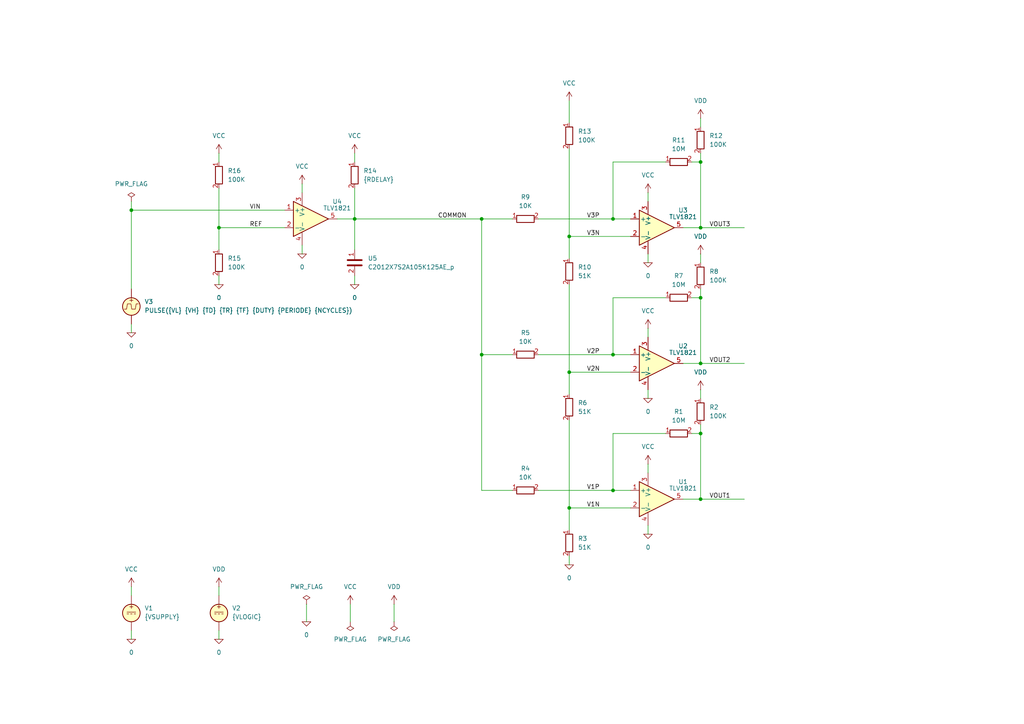
<source format=kicad_sch>
(kicad_sch
	(version 20231120)
	(generator "eeschema")
	(generator_version "8.0")
	(uuid "b662e8b3-12ef-4bb1-9138-37b4aba1fd62")
	(paper "A4")
	(title_block
		(title "Time delay generator")
		(date "2024-06-27")
		(rev "2")
		(company "astroelectronic@")
		(comment 1 "-")
		(comment 2 "-")
		(comment 3 "-")
		(comment 4 "AE01010821")
	)
	(lib_symbols
		(symbol "TLV1821:0"
			(power)
			(pin_numbers hide)
			(pin_names
				(offset 0) hide)
			(exclude_from_sim no)
			(in_bom yes)
			(on_board yes)
			(property "Reference" "#GND"
				(at 0 -5.08 0)
				(effects
					(font
						(size 1.27 1.27)
					)
					(hide yes)
				)
			)
			(property "Value" "0"
				(at 0 -2.54 0)
				(effects
					(font
						(size 1.27 1.27)
					)
				)
			)
			(property "Footprint" ""
				(at 0 0 0)
				(effects
					(font
						(size 1.27 1.27)
					)
					(hide yes)
				)
			)
			(property "Datasheet" "https://ngspice.sourceforge.io/docs/ngspice-html-manual/manual.xhtml#subsec_Circuit_elements__device"
				(at 0 -10.16 0)
				(effects
					(font
						(size 1.27 1.27)
					)
					(hide yes)
				)
			)
			(property "Description" "0V reference potential for simulation"
				(at 0 -7.62 0)
				(effects
					(font
						(size 1.27 1.27)
					)
					(hide yes)
				)
			)
			(property "ki_keywords" "simulation"
				(at 0 0 0)
				(effects
					(font
						(size 1.27 1.27)
					)
					(hide yes)
				)
			)
			(symbol "0_0_1"
				(polyline
					(pts
						(xy -1.27 0) (xy 0 -1.27) (xy 1.27 0) (xy -1.27 0)
					)
					(stroke
						(width 0)
						(type default)
					)
					(fill
						(type none)
					)
				)
			)
			(symbol "0_1_1"
				(pin power_in line
					(at 0 0 0)
					(length 0)
					(name "~"
						(effects
							(font
								(size 1.016 1.016)
							)
						)
					)
					(number "1"
						(effects
							(font
								(size 1.016 1.016)
							)
						)
					)
				)
			)
		)
		(symbol "TLV1821:C"
			(pin_names
				(offset 0.254) hide)
			(exclude_from_sim no)
			(in_bom yes)
			(on_board yes)
			(property "Reference" "C"
				(at 0.635 2.54 0)
				(effects
					(font
						(size 1.27 1.27)
					)
					(justify left)
				)
			)
			(property "Value" "C"
				(at 0.635 -2.54 0)
				(effects
					(font
						(size 1.27 1.27)
					)
					(justify left)
				)
			)
			(property "Footprint" ""
				(at 0.9652 -3.81 0)
				(effects
					(font
						(size 1.27 1.27)
					)
					(hide yes)
				)
			)
			(property "Datasheet" "~"
				(at 0 0 0)
				(effects
					(font
						(size 1.27 1.27)
					)
					(hide yes)
				)
			)
			(property "Description" "Unpolarized capacitor"
				(at 0 0 0)
				(effects
					(font
						(size 1.27 1.27)
					)
					(hide yes)
				)
			)
			(property "ki_keywords" "cap capacitor"
				(at 0 0 0)
				(effects
					(font
						(size 1.27 1.27)
					)
					(hide yes)
				)
			)
			(property "ki_fp_filters" "C_*"
				(at 0 0 0)
				(effects
					(font
						(size 1.27 1.27)
					)
					(hide yes)
				)
			)
			(symbol "C_0_1"
				(polyline
					(pts
						(xy -2.032 -0.762) (xy 2.032 -0.762)
					)
					(stroke
						(width 0.508)
						(type default)
					)
					(fill
						(type none)
					)
				)
				(polyline
					(pts
						(xy -2.032 0.762) (xy 2.032 0.762)
					)
					(stroke
						(width 0.508)
						(type default)
					)
					(fill
						(type none)
					)
				)
			)
			(symbol "C_1_1"
				(pin passive line
					(at 0 3.81 270)
					(length 2.794)
					(name "~"
						(effects
							(font
								(size 1.27 1.27)
							)
						)
					)
					(number "1"
						(effects
							(font
								(size 1.27 1.27)
							)
						)
					)
				)
				(pin passive line
					(at 0 -3.81 90)
					(length 2.794)
					(name "~"
						(effects
							(font
								(size 1.27 1.27)
							)
						)
					)
					(number "2"
						(effects
							(font
								(size 1.27 1.27)
							)
						)
					)
				)
			)
		)
		(symbol "TLV1821:PWR_FLAG"
			(power)
			(pin_numbers hide)
			(pin_names
				(offset 0) hide)
			(exclude_from_sim no)
			(in_bom yes)
			(on_board yes)
			(property "Reference" "#FLG"
				(at 0 1.905 0)
				(effects
					(font
						(size 1.27 1.27)
					)
					(hide yes)
				)
			)
			(property "Value" "PWR_FLAG"
				(at 0 3.81 0)
				(effects
					(font
						(size 1.27 1.27)
					)
				)
			)
			(property "Footprint" ""
				(at 0 0 0)
				(effects
					(font
						(size 1.27 1.27)
					)
					(hide yes)
				)
			)
			(property "Datasheet" "~"
				(at 0 0 0)
				(effects
					(font
						(size 1.27 1.27)
					)
					(hide yes)
				)
			)
			(property "Description" "Special symbol for telling ERC where power comes from"
				(at 0 0 0)
				(effects
					(font
						(size 1.27 1.27)
					)
					(hide yes)
				)
			)
			(property "ki_keywords" "flag power"
				(at 0 0 0)
				(effects
					(font
						(size 1.27 1.27)
					)
					(hide yes)
				)
			)
			(symbol "PWR_FLAG_0_0"
				(pin power_out line
					(at 0 0 90)
					(length 0)
					(name "~"
						(effects
							(font
								(size 1.27 1.27)
							)
						)
					)
					(number "1"
						(effects
							(font
								(size 1.27 1.27)
							)
						)
					)
				)
			)
			(symbol "PWR_FLAG_0_1"
				(polyline
					(pts
						(xy 0 0) (xy 0 1.27) (xy -1.016 1.905) (xy 0 2.54) (xy 1.016 1.905) (xy 0 1.27)
					)
					(stroke
						(width 0)
						(type default)
					)
					(fill
						(type none)
					)
				)
			)
		)
		(symbol "TLV1821:R"
			(pin_names
				(offset 0) hide)
			(exclude_from_sim no)
			(in_bom yes)
			(on_board yes)
			(property "Reference" "R"
				(at 2.032 0 90)
				(effects
					(font
						(size 1.27 1.27)
					)
				)
			)
			(property "Value" "R"
				(at 0 0 90)
				(effects
					(font
						(size 1.27 1.27)
					)
				)
			)
			(property "Footprint" ""
				(at -1.778 0 90)
				(effects
					(font
						(size 1.27 1.27)
					)
					(hide yes)
				)
			)
			(property "Datasheet" "~"
				(at 0 0 0)
				(effects
					(font
						(size 1.27 1.27)
					)
					(hide yes)
				)
			)
			(property "Description" "Resistor"
				(at 0 0 0)
				(effects
					(font
						(size 1.27 1.27)
					)
					(hide yes)
				)
			)
			(property "ki_keywords" "R res resistor"
				(at 0 0 0)
				(effects
					(font
						(size 1.27 1.27)
					)
					(hide yes)
				)
			)
			(property "ki_fp_filters" "R_*"
				(at 0 0 0)
				(effects
					(font
						(size 1.27 1.27)
					)
					(hide yes)
				)
			)
			(symbol "R_0_1"
				(rectangle
					(start -1.016 -2.54)
					(end 1.016 2.54)
					(stroke
						(width 0.254)
						(type default)
					)
					(fill
						(type none)
					)
				)
			)
			(symbol "R_1_1"
				(pin passive line
					(at 0 3.81 270)
					(length 1.27)
					(name "~"
						(effects
							(font
								(size 1.27 1.27)
							)
						)
					)
					(number "1"
						(effects
							(font
								(size 1.27 1.27)
							)
						)
					)
				)
				(pin passive line
					(at 0 -3.81 90)
					(length 1.27)
					(name "~"
						(effects
							(font
								(size 1.27 1.27)
							)
						)
					)
					(number "2"
						(effects
							(font
								(size 1.27 1.27)
							)
						)
					)
				)
			)
		)
		(symbol "TLV1821:TLV1821"
			(pin_names
				(offset 0.254)
			)
			(exclude_from_sim no)
			(in_bom yes)
			(on_board yes)
			(property "Reference" "U"
				(at 3.81 3.175 0)
				(effects
					(font
						(size 1.27 1.27)
					)
					(justify left)
				)
			)
			(property "Value" "${SIM.PARAMS}"
				(at 3.81 -3.175 0)
				(effects
					(font
						(size 1.27 1.27)
					)
					(justify left)
				)
			)
			(property "Footprint" ""
				(at 0 0 0)
				(effects
					(font
						(size 1.27 1.27)
					)
					(hide yes)
				)
			)
			(property "Datasheet" "https://www.ti.com/product/TLV1824"
				(at 0 0 0)
				(effects
					(font
						(size 1.27 1.27)
					)
					(hide yes)
				)
			)
			(property "Description" "Operational amplifier, single, node sequence=1:+ 2:- 3:OUT 4:V+ 5:V-"
				(at 0 0 0)
				(effects
					(font
						(size 1.27 1.27)
					)
					(hide yes)
				)
			)
			(property "Sim.Pins" "1=in+ 2=in- 3=vcc 4=vee 5=out"
				(at 0 0 0)
				(effects
					(font
						(size 1.27 1.27)
					)
					(hide yes)
				)
			)
			(property "Sim.Device" "SUBCKT"
				(at 0 0 0)
				(effects
					(font
						(size 1.27 1.27)
					)
					(justify left)
					(hide yes)
				)
			)
			(property "Sim.Library" "${KICAD7_SYMBOL_DIR}/Simulation_SPICE.sp"
				(at 0 0 0)
				(effects
					(font
						(size 1.27 1.27)
					)
					(hide yes)
				)
			)
			(property "Sim.Name" "kicad_builtin_opamp"
				(at 0 0 0)
				(effects
					(font
						(size 1.27 1.27)
					)
					(hide yes)
				)
			)
			(property "ki_keywords" "simulation"
				(at 0 0 0)
				(effects
					(font
						(size 1.27 1.27)
					)
					(hide yes)
				)
			)
			(symbol "TLV1821_0_1"
				(polyline
					(pts
						(xy 5.08 0) (xy -5.08 5.08) (xy -5.08 -5.08) (xy 5.08 0)
					)
					(stroke
						(width 0.254)
						(type default)
					)
					(fill
						(type background)
					)
				)
			)
			(symbol "TLV1821_1_1"
				(pin passive line
					(at -7.62 2.54 0)
					(length 2.54)
					(name "+"
						(effects
							(font
								(size 1.27 1.27)
							)
						)
					)
					(number "1"
						(effects
							(font
								(size 1.27 1.27)
							)
						)
					)
				)
				(pin passive line
					(at -7.62 -2.54 0)
					(length 2.54)
					(name "-"
						(effects
							(font
								(size 1.27 1.27)
							)
						)
					)
					(number "2"
						(effects
							(font
								(size 1.27 1.27)
							)
						)
					)
				)
				(pin passive line
					(at -2.54 7.62 270)
					(length 3.81)
					(name "V+"
						(effects
							(font
								(size 1.27 1.27)
							)
						)
					)
					(number "3"
						(effects
							(font
								(size 1.27 1.27)
							)
						)
					)
				)
				(pin passive line
					(at -2.54 -7.62 90)
					(length 3.81)
					(name "V-"
						(effects
							(font
								(size 1.27 1.27)
							)
						)
					)
					(number "4"
						(effects
							(font
								(size 1.27 1.27)
							)
						)
					)
				)
				(pin passive line
					(at 7.62 0 180)
					(length 2.54)
					(name "~"
						(effects
							(font
								(size 1.27 1.27)
							)
						)
					)
					(number "5"
						(effects
							(font
								(size 1.27 1.27)
							)
						)
					)
				)
			)
		)
		(symbol "TLV1821:VCC"
			(power)
			(pin_numbers hide)
			(pin_names
				(offset 0) hide)
			(exclude_from_sim no)
			(in_bom yes)
			(on_board yes)
			(property "Reference" "#PWR"
				(at 0 -3.81 0)
				(effects
					(font
						(size 1.27 1.27)
					)
					(hide yes)
				)
			)
			(property "Value" "VCC"
				(at 0 3.556 0)
				(effects
					(font
						(size 1.27 1.27)
					)
				)
			)
			(property "Footprint" ""
				(at 0 0 0)
				(effects
					(font
						(size 1.27 1.27)
					)
					(hide yes)
				)
			)
			(property "Datasheet" ""
				(at 0 0 0)
				(effects
					(font
						(size 1.27 1.27)
					)
					(hide yes)
				)
			)
			(property "Description" "Power symbol creates a global label with name \"VCC\""
				(at 0 0 0)
				(effects
					(font
						(size 1.27 1.27)
					)
					(hide yes)
				)
			)
			(property "ki_keywords" "global power"
				(at 0 0 0)
				(effects
					(font
						(size 1.27 1.27)
					)
					(hide yes)
				)
			)
			(symbol "VCC_0_1"
				(polyline
					(pts
						(xy -0.762 1.27) (xy 0 2.54)
					)
					(stroke
						(width 0)
						(type default)
					)
					(fill
						(type none)
					)
				)
				(polyline
					(pts
						(xy 0 0) (xy 0 2.54)
					)
					(stroke
						(width 0)
						(type default)
					)
					(fill
						(type none)
					)
				)
				(polyline
					(pts
						(xy 0 2.54) (xy 0.762 1.27)
					)
					(stroke
						(width 0)
						(type default)
					)
					(fill
						(type none)
					)
				)
			)
			(symbol "VCC_1_1"
				(pin power_in line
					(at 0 0 90)
					(length 0)
					(name "~"
						(effects
							(font
								(size 1.27 1.27)
							)
						)
					)
					(number "1"
						(effects
							(font
								(size 1.27 1.27)
							)
						)
					)
				)
			)
		)
		(symbol "TLV1821:VDC"
			(pin_numbers hide)
			(pin_names
				(offset 0.0254)
			)
			(exclude_from_sim no)
			(in_bom yes)
			(on_board yes)
			(property "Reference" "V"
				(at 2.54 2.54 0)
				(effects
					(font
						(size 1.27 1.27)
					)
					(justify left)
				)
			)
			(property "Value" "1"
				(at 2.54 0 0)
				(effects
					(font
						(size 1.27 1.27)
					)
					(justify left)
				)
			)
			(property "Footprint" ""
				(at 0 0 0)
				(effects
					(font
						(size 1.27 1.27)
					)
					(hide yes)
				)
			)
			(property "Datasheet" "https://ngspice.sourceforge.io/docs/ngspice-html-manual/manual.xhtml#sec_Independent_Sources_for"
				(at 0 0 0)
				(effects
					(font
						(size 1.27 1.27)
					)
					(hide yes)
				)
			)
			(property "Description" "Voltage source, DC"
				(at 0 0 0)
				(effects
					(font
						(size 1.27 1.27)
					)
					(hide yes)
				)
			)
			(property "Sim.Pins" "1=+ 2=-"
				(at 0 0 0)
				(effects
					(font
						(size 1.27 1.27)
					)
					(hide yes)
				)
			)
			(property "Sim.Type" "DC"
				(at 0 0 0)
				(effects
					(font
						(size 1.27 1.27)
					)
					(hide yes)
				)
			)
			(property "Sim.Device" "V"
				(at 0 0 0)
				(effects
					(font
						(size 1.27 1.27)
					)
					(justify left)
					(hide yes)
				)
			)
			(property "ki_keywords" "simulation"
				(at 0 0 0)
				(effects
					(font
						(size 1.27 1.27)
					)
					(hide yes)
				)
			)
			(symbol "VDC_0_0"
				(polyline
					(pts
						(xy -1.27 0.254) (xy 1.27 0.254)
					)
					(stroke
						(width 0)
						(type default)
					)
					(fill
						(type none)
					)
				)
				(polyline
					(pts
						(xy -0.762 -0.254) (xy -1.27 -0.254)
					)
					(stroke
						(width 0)
						(type default)
					)
					(fill
						(type none)
					)
				)
				(polyline
					(pts
						(xy 0.254 -0.254) (xy -0.254 -0.254)
					)
					(stroke
						(width 0)
						(type default)
					)
					(fill
						(type none)
					)
				)
				(polyline
					(pts
						(xy 1.27 -0.254) (xy 0.762 -0.254)
					)
					(stroke
						(width 0)
						(type default)
					)
					(fill
						(type none)
					)
				)
				(text "+"
					(at 0 1.905 0)
					(effects
						(font
							(size 1.27 1.27)
						)
					)
				)
			)
			(symbol "VDC_0_1"
				(circle
					(center 0 0)
					(radius 2.54)
					(stroke
						(width 0.254)
						(type default)
					)
					(fill
						(type background)
					)
				)
			)
			(symbol "VDC_1_1"
				(pin passive line
					(at 0 5.08 270)
					(length 2.54)
					(name "~"
						(effects
							(font
								(size 1.27 1.27)
							)
						)
					)
					(number "1"
						(effects
							(font
								(size 1.27 1.27)
							)
						)
					)
				)
				(pin passive line
					(at 0 -5.08 90)
					(length 2.54)
					(name "~"
						(effects
							(font
								(size 1.27 1.27)
							)
						)
					)
					(number "2"
						(effects
							(font
								(size 1.27 1.27)
							)
						)
					)
				)
			)
		)
		(symbol "TLV1821:VDD"
			(power)
			(pin_numbers hide)
			(pin_names
				(offset 0) hide)
			(exclude_from_sim no)
			(in_bom yes)
			(on_board yes)
			(property "Reference" "#PWR"
				(at 0 -3.81 0)
				(effects
					(font
						(size 1.27 1.27)
					)
					(hide yes)
				)
			)
			(property "Value" "VDD"
				(at 0 3.556 0)
				(effects
					(font
						(size 1.27 1.27)
					)
				)
			)
			(property "Footprint" ""
				(at 0 0 0)
				(effects
					(font
						(size 1.27 1.27)
					)
					(hide yes)
				)
			)
			(property "Datasheet" ""
				(at 0 0 0)
				(effects
					(font
						(size 1.27 1.27)
					)
					(hide yes)
				)
			)
			(property "Description" "Power symbol creates a global label with name \"VDD\""
				(at 0 0 0)
				(effects
					(font
						(size 1.27 1.27)
					)
					(hide yes)
				)
			)
			(property "ki_keywords" "global power"
				(at 0 0 0)
				(effects
					(font
						(size 1.27 1.27)
					)
					(hide yes)
				)
			)
			(symbol "VDD_0_1"
				(polyline
					(pts
						(xy -0.762 1.27) (xy 0 2.54)
					)
					(stroke
						(width 0)
						(type default)
					)
					(fill
						(type none)
					)
				)
				(polyline
					(pts
						(xy 0 0) (xy 0 2.54)
					)
					(stroke
						(width 0)
						(type default)
					)
					(fill
						(type none)
					)
				)
				(polyline
					(pts
						(xy 0 2.54) (xy 0.762 1.27)
					)
					(stroke
						(width 0)
						(type default)
					)
					(fill
						(type none)
					)
				)
			)
			(symbol "VDD_1_1"
				(pin power_in line
					(at 0 0 90)
					(length 0)
					(name "~"
						(effects
							(font
								(size 1.27 1.27)
							)
						)
					)
					(number "1"
						(effects
							(font
								(size 1.27 1.27)
							)
						)
					)
				)
			)
		)
		(symbol "TLV1821:VPULSE"
			(pin_numbers hide)
			(pin_names
				(offset 0.0254)
			)
			(exclude_from_sim no)
			(in_bom yes)
			(on_board yes)
			(property "Reference" "V"
				(at 2.54 2.54 0)
				(effects
					(font
						(size 1.27 1.27)
					)
					(justify left)
				)
			)
			(property "Value" "VPULSE"
				(at 2.54 0 0)
				(effects
					(font
						(size 1.27 1.27)
					)
					(justify left)
				)
			)
			(property "Footprint" ""
				(at 0 0 0)
				(effects
					(font
						(size 1.27 1.27)
					)
					(hide yes)
				)
			)
			(property "Datasheet" "https://ngspice.sourceforge.io/docs/ngspice-html-manual/manual.xhtml#sec_Independent_Sources_for"
				(at 0 0 0)
				(effects
					(font
						(size 1.27 1.27)
					)
					(hide yes)
				)
			)
			(property "Description" "Voltage source, pulse"
				(at 0 0 0)
				(effects
					(font
						(size 1.27 1.27)
					)
					(hide yes)
				)
			)
			(property "Sim.Pins" "1=+ 2=-"
				(at 0 0 0)
				(effects
					(font
						(size 1.27 1.27)
					)
					(hide yes)
				)
			)
			(property "Sim.Type" "PULSE"
				(at 0 0 0)
				(effects
					(font
						(size 1.27 1.27)
					)
					(hide yes)
				)
			)
			(property "Sim.Device" "V"
				(at 0 0 0)
				(effects
					(font
						(size 1.27 1.27)
					)
					(justify left)
					(hide yes)
				)
			)
			(property "Sim.Params" "y1=0 y2=1 td=2n tr=2n tf=2n tw=50n per=100n"
				(at 2.54 -2.54 0)
				(effects
					(font
						(size 1.27 1.27)
					)
					(justify left)
				)
			)
			(property "ki_keywords" "simulation"
				(at 0 0 0)
				(effects
					(font
						(size 1.27 1.27)
					)
					(hide yes)
				)
			)
			(symbol "VPULSE_0_0"
				(polyline
					(pts
						(xy -2.032 -0.762) (xy -1.397 -0.762) (xy -1.143 0.762) (xy -0.127 0.762) (xy 0.127 -0.762) (xy 1.143 -0.762)
						(xy 1.397 0.762) (xy 2.032 0.762)
					)
					(stroke
						(width 0)
						(type default)
					)
					(fill
						(type none)
					)
				)
				(text "+"
					(at 0 1.905 0)
					(effects
						(font
							(size 1.27 1.27)
						)
					)
				)
			)
			(symbol "VPULSE_0_1"
				(circle
					(center 0 0)
					(radius 2.54)
					(stroke
						(width 0.254)
						(type default)
					)
					(fill
						(type background)
					)
				)
			)
			(symbol "VPULSE_1_1"
				(pin passive line
					(at 0 5.08 270)
					(length 2.54)
					(name "~"
						(effects
							(font
								(size 1.27 1.27)
							)
						)
					)
					(number "1"
						(effects
							(font
								(size 1.27 1.27)
							)
						)
					)
				)
				(pin passive line
					(at 0 -5.08 90)
					(length 2.54)
					(name "~"
						(effects
							(font
								(size 1.27 1.27)
							)
						)
					)
					(number "2"
						(effects
							(font
								(size 1.27 1.27)
							)
						)
					)
				)
			)
		)
	)
	(junction
		(at 165.1 107.95)
		(diameter 0)
		(color 0 0 0 0)
		(uuid "0657650f-78ec-4d79-8525-d2400abb9ba6")
	)
	(junction
		(at 139.7 63.5)
		(diameter 0)
		(color 0 0 0 0)
		(uuid "0d50b13b-5195-4e91-8a99-f6e104195aa0")
	)
	(junction
		(at 203.2 66.04)
		(diameter 0)
		(color 0 0 0 0)
		(uuid "121b4326-4bf3-48d5-b9d3-18fd2f1621f4")
	)
	(junction
		(at 139.7 102.87)
		(diameter 0)
		(color 0 0 0 0)
		(uuid "1e67171c-28ae-4c8d-ac42-72d49f087dbb")
	)
	(junction
		(at 102.87 63.5)
		(diameter 0)
		(color 0 0 0 0)
		(uuid "3fa83d0c-13df-4e5e-9921-c6377477e72f")
	)
	(junction
		(at 203.2 125.73)
		(diameter 0)
		(color 0 0 0 0)
		(uuid "5a2aee8b-dc25-4d5c-95a2-8bb83ac2457a")
	)
	(junction
		(at 177.8 142.24)
		(diameter 0)
		(color 0 0 0 0)
		(uuid "64f8640c-2240-4dde-887e-82838377b819")
	)
	(junction
		(at 177.8 63.5)
		(diameter 0)
		(color 0 0 0 0)
		(uuid "7a2c1c7a-850c-41f5-86e3-cc1421fa47d1")
	)
	(junction
		(at 203.2 86.36)
		(diameter 0)
		(color 0 0 0 0)
		(uuid "93dd59ab-75ab-4daa-9cfd-583969ab8c63")
	)
	(junction
		(at 165.1 68.58)
		(diameter 0)
		(color 0 0 0 0)
		(uuid "94a52270-d340-40b2-9726-70c34e5a274c")
	)
	(junction
		(at 177.8 102.87)
		(diameter 0)
		(color 0 0 0 0)
		(uuid "9ad91fd5-7a87-4756-81e8-4b2e4b440e14")
	)
	(junction
		(at 203.2 46.99)
		(diameter 0)
		(color 0 0 0 0)
		(uuid "9caf9c17-4c9f-4a85-8386-3980df9c87b4")
	)
	(junction
		(at 203.2 144.78)
		(diameter 0)
		(color 0 0 0 0)
		(uuid "b2b79ace-61d4-4ecc-ad66-359f2c20ae8f")
	)
	(junction
		(at 165.1 147.32)
		(diameter 0)
		(color 0 0 0 0)
		(uuid "b5e818b5-c4d7-470d-a939-c9688c4c25d0")
	)
	(junction
		(at 203.2 105.41)
		(diameter 0)
		(color 0 0 0 0)
		(uuid "c6610302-3f38-4d9f-a10f-c8311e458798")
	)
	(junction
		(at 38.1 60.96)
		(diameter 0)
		(color 0 0 0 0)
		(uuid "d35ff033-998e-4ce7-bbd8-e0fd44fd3574")
	)
	(junction
		(at 63.5 66.04)
		(diameter 0)
		(color 0 0 0 0)
		(uuid "f0830d26-8228-4885-9b31-67238e1f381a")
	)
	(wire
		(pts
			(xy 200.66 46.99) (xy 203.2 46.99)
		)
		(stroke
			(width 0)
			(type default)
		)
		(uuid "010c4528-352b-4efa-a0fb-5470f8115d29")
	)
	(wire
		(pts
			(xy 102.87 63.5) (xy 139.7 63.5)
		)
		(stroke
			(width 0)
			(type default)
		)
		(uuid "046ff5d3-7a86-4736-88d5-fabb308c2289")
	)
	(wire
		(pts
			(xy 38.1 93.98) (xy 38.1 96.52)
		)
		(stroke
			(width 0)
			(type default)
		)
		(uuid "08626b76-acbe-41af-976e-875e6e7d08d8")
	)
	(wire
		(pts
			(xy 63.5 80.01) (xy 63.5 82.55)
		)
		(stroke
			(width 0)
			(type default)
		)
		(uuid "0b51095e-82b8-4787-a4a3-86ef601cf585")
	)
	(wire
		(pts
			(xy 177.8 46.99) (xy 193.04 46.99)
		)
		(stroke
			(width 0)
			(type default)
		)
		(uuid "17f6df9d-19e2-4214-af5a-b7d665a1840c")
	)
	(wire
		(pts
			(xy 165.1 29.21) (xy 165.1 35.56)
		)
		(stroke
			(width 0)
			(type default)
		)
		(uuid "1895dc14-62f1-4bb6-b5dd-6c186c60bee2")
	)
	(wire
		(pts
			(xy 203.2 113.03) (xy 203.2 115.57)
		)
		(stroke
			(width 0)
			(type default)
		)
		(uuid "1d50702f-5f83-4eb4-88c5-2e70e23ed772")
	)
	(wire
		(pts
			(xy 200.66 86.36) (xy 203.2 86.36)
		)
		(stroke
			(width 0)
			(type default)
		)
		(uuid "219cdcb8-90d0-4a86-be7b-f8cf3e54ea55")
	)
	(wire
		(pts
			(xy 165.1 147.32) (xy 165.1 153.67)
		)
		(stroke
			(width 0)
			(type default)
		)
		(uuid "22077a37-769c-4bb4-81fd-50ab85982744")
	)
	(wire
		(pts
			(xy 187.96 95.25) (xy 187.96 97.79)
		)
		(stroke
			(width 0)
			(type default)
		)
		(uuid "23369480-6aa2-4154-87a7-e4470eea7752")
	)
	(wire
		(pts
			(xy 63.5 66.04) (xy 82.55 66.04)
		)
		(stroke
			(width 0)
			(type default)
		)
		(uuid "23853b51-c54f-4031-b51d-d5b3312d9af7")
	)
	(wire
		(pts
			(xy 187.96 152.4) (xy 187.96 154.94)
		)
		(stroke
			(width 0)
			(type default)
		)
		(uuid "2505f531-979a-421f-a881-f76575908f60")
	)
	(wire
		(pts
			(xy 177.8 63.5) (xy 177.8 46.99)
		)
		(stroke
			(width 0)
			(type default)
		)
		(uuid "258be047-25c8-430b-a92d-5f01beb8ba42")
	)
	(wire
		(pts
			(xy 102.87 54.61) (xy 102.87 63.5)
		)
		(stroke
			(width 0)
			(type default)
		)
		(uuid "26e7310d-96d8-46cf-8b02-4b730c3b0091")
	)
	(wire
		(pts
			(xy 203.2 144.78) (xy 215.9 144.78)
		)
		(stroke
			(width 0)
			(type default)
		)
		(uuid "281fcc0e-7651-47fe-910e-6b1be2f67d38")
	)
	(wire
		(pts
			(xy 63.5 72.39) (xy 63.5 66.04)
		)
		(stroke
			(width 0)
			(type default)
		)
		(uuid "2aa01579-9439-4e17-8666-344b21171001")
	)
	(wire
		(pts
			(xy 102.87 72.39) (xy 102.87 63.5)
		)
		(stroke
			(width 0)
			(type default)
		)
		(uuid "2d8ede70-7197-4fba-89f7-5a8c1acf0014")
	)
	(wire
		(pts
			(xy 203.2 34.29) (xy 203.2 36.83)
		)
		(stroke
			(width 0)
			(type default)
		)
		(uuid "2f58c9d4-b3c3-4ece-9733-506fc98cabc1")
	)
	(wire
		(pts
			(xy 203.2 86.36) (xy 203.2 105.41)
		)
		(stroke
			(width 0)
			(type default)
		)
		(uuid "30212fd7-8f59-4f7d-96c0-f0d63f60bb31")
	)
	(wire
		(pts
			(xy 165.1 107.95) (xy 165.1 114.3)
		)
		(stroke
			(width 0)
			(type default)
		)
		(uuid "31f4bdcf-af2d-414f-87a3-91dc046097d9")
	)
	(wire
		(pts
			(xy 203.2 125.73) (xy 203.2 144.78)
		)
		(stroke
			(width 0)
			(type default)
		)
		(uuid "3404c92e-e8a4-4068-937d-7f7c3ed51f3c")
	)
	(wire
		(pts
			(xy 203.2 144.78) (xy 198.12 144.78)
		)
		(stroke
			(width 0)
			(type default)
		)
		(uuid "39c2275a-cbdf-45ba-ba6b-1ba73c827d8d")
	)
	(wire
		(pts
			(xy 63.5 54.61) (xy 63.5 66.04)
		)
		(stroke
			(width 0)
			(type default)
		)
		(uuid "3dc7e509-227b-4754-b812-417b697173bf")
	)
	(wire
		(pts
			(xy 63.5 44.45) (xy 63.5 46.99)
		)
		(stroke
			(width 0)
			(type default)
		)
		(uuid "428eb9cd-cd43-482d-a587-5cdbbc2562d3")
	)
	(wire
		(pts
			(xy 182.88 107.95) (xy 165.1 107.95)
		)
		(stroke
			(width 0)
			(type default)
		)
		(uuid "4456f241-d560-4077-8501-538307afdec2")
	)
	(wire
		(pts
			(xy 177.8 125.73) (xy 193.04 125.73)
		)
		(stroke
			(width 0)
			(type default)
		)
		(uuid "46a327c6-87a2-440f-b1fc-a4b820321747")
	)
	(wire
		(pts
			(xy 187.96 55.88) (xy 187.96 58.42)
		)
		(stroke
			(width 0)
			(type default)
		)
		(uuid "48e712a9-30ff-413e-b002-1f7995cc7a82")
	)
	(wire
		(pts
			(xy 200.66 125.73) (xy 203.2 125.73)
		)
		(stroke
			(width 0)
			(type default)
		)
		(uuid "4b274e10-2633-4b75-8c7a-5f6a7a03c299")
	)
	(wire
		(pts
			(xy 203.2 66.04) (xy 198.12 66.04)
		)
		(stroke
			(width 0)
			(type default)
		)
		(uuid "4fb6bcd5-67be-401c-847b-d3a0d24a563a")
	)
	(wire
		(pts
			(xy 177.8 102.87) (xy 177.8 86.36)
		)
		(stroke
			(width 0)
			(type default)
		)
		(uuid "4fd0d54a-d7a0-4d0e-8c70-056352c87656")
	)
	(wire
		(pts
			(xy 63.5 182.88) (xy 63.5 185.42)
		)
		(stroke
			(width 0)
			(type default)
		)
		(uuid "533cd29c-01ca-4b28-b07c-b05e8593f1d4")
	)
	(wire
		(pts
			(xy 203.2 123.19) (xy 203.2 125.73)
		)
		(stroke
			(width 0)
			(type default)
		)
		(uuid "53cb248f-d204-4ada-b50a-524e34d57237")
	)
	(wire
		(pts
			(xy 203.2 44.45) (xy 203.2 46.99)
		)
		(stroke
			(width 0)
			(type default)
		)
		(uuid "5c66ad59-663c-49f5-86f3-e6b8c8aec4a1")
	)
	(wire
		(pts
			(xy 38.1 170.18) (xy 38.1 172.72)
		)
		(stroke
			(width 0)
			(type default)
		)
		(uuid "644f670b-2e3f-4818-aca0-6e8131f5f7e0")
	)
	(wire
		(pts
			(xy 38.1 182.88) (xy 38.1 185.42)
		)
		(stroke
			(width 0)
			(type default)
		)
		(uuid "6865ed5b-8a7f-40c1-a0fd-d33809a25e94")
	)
	(wire
		(pts
			(xy 38.1 58.42) (xy 38.1 60.96)
		)
		(stroke
			(width 0)
			(type default)
		)
		(uuid "69110761-39c3-4e40-8c1b-e752b2848731")
	)
	(wire
		(pts
			(xy 203.2 66.04) (xy 215.9 66.04)
		)
		(stroke
			(width 0)
			(type default)
		)
		(uuid "6cd96f25-bbcf-4882-852c-151f28348c00")
	)
	(wire
		(pts
			(xy 38.1 60.96) (xy 82.55 60.96)
		)
		(stroke
			(width 0)
			(type default)
		)
		(uuid "6ce58dea-db57-4b50-b510-dacd5c6a0fc5")
	)
	(wire
		(pts
			(xy 182.88 63.5) (xy 177.8 63.5)
		)
		(stroke
			(width 0)
			(type default)
		)
		(uuid "6f5fd151-b37a-4a3f-a2b5-d1ec9f83b007")
	)
	(wire
		(pts
			(xy 182.88 68.58) (xy 165.1 68.58)
		)
		(stroke
			(width 0)
			(type default)
		)
		(uuid "705f1622-4aa4-43e7-9cea-70cd9063a483")
	)
	(wire
		(pts
			(xy 97.79 63.5) (xy 102.87 63.5)
		)
		(stroke
			(width 0)
			(type default)
		)
		(uuid "72bc1b99-12b0-44fb-8a13-a7dc1d8d9fb5")
	)
	(wire
		(pts
			(xy 139.7 102.87) (xy 139.7 142.24)
		)
		(stroke
			(width 0)
			(type default)
		)
		(uuid "76809e8e-a1bf-4a0d-9461-e165ac7e6f0f")
	)
	(wire
		(pts
			(xy 203.2 105.41) (xy 215.9 105.41)
		)
		(stroke
			(width 0)
			(type default)
		)
		(uuid "7d3f854c-c55e-4212-8332-126d948cfdf4")
	)
	(wire
		(pts
			(xy 203.2 105.41) (xy 198.12 105.41)
		)
		(stroke
			(width 0)
			(type default)
		)
		(uuid "7e914715-35d6-43db-84da-892453f0d292")
	)
	(wire
		(pts
			(xy 139.7 102.87) (xy 148.59 102.87)
		)
		(stroke
			(width 0)
			(type default)
		)
		(uuid "837ce4ff-033f-40e4-b9b0-06c6bd35844e")
	)
	(wire
		(pts
			(xy 87.63 53.34) (xy 87.63 55.88)
		)
		(stroke
			(width 0)
			(type default)
		)
		(uuid "86e3b65f-88b1-4997-9252-c6906569bb9d")
	)
	(wire
		(pts
			(xy 182.88 102.87) (xy 177.8 102.87)
		)
		(stroke
			(width 0)
			(type default)
		)
		(uuid "8b8972d5-3c0a-4ba7-bf47-1e939f6a4700")
	)
	(wire
		(pts
			(xy 156.21 63.5) (xy 177.8 63.5)
		)
		(stroke
			(width 0)
			(type default)
		)
		(uuid "931a9a76-16e3-422c-8f71-680ea5ed2ffb")
	)
	(wire
		(pts
			(xy 88.9 175.26) (xy 88.9 180.34)
		)
		(stroke
			(width 0)
			(type default)
		)
		(uuid "a2925325-61e2-400e-8004-3559ca7ddcf4")
	)
	(wire
		(pts
			(xy 38.1 60.96) (xy 38.1 83.82)
		)
		(stroke
			(width 0)
			(type default)
		)
		(uuid "a2fc3204-dffa-4b7a-8de9-3d8ffc9d4848")
	)
	(wire
		(pts
			(xy 187.96 134.62) (xy 187.96 137.16)
		)
		(stroke
			(width 0)
			(type default)
		)
		(uuid "a80d3fc6-4f85-4023-b142-1beccc34e4c8")
	)
	(wire
		(pts
			(xy 63.5 170.18) (xy 63.5 172.72)
		)
		(stroke
			(width 0)
			(type default)
		)
		(uuid "aaa8e9d2-301b-4e26-9c1a-ad683b86bfa9")
	)
	(wire
		(pts
			(xy 139.7 63.5) (xy 139.7 102.87)
		)
		(stroke
			(width 0)
			(type default)
		)
		(uuid "ad843344-7900-406f-9d9b-1d9f9ce68155")
	)
	(wire
		(pts
			(xy 182.88 147.32) (xy 165.1 147.32)
		)
		(stroke
			(width 0)
			(type default)
		)
		(uuid "ad8a2335-4d71-490b-a694-eb63f09c752f")
	)
	(wire
		(pts
			(xy 102.87 44.45) (xy 102.87 46.99)
		)
		(stroke
			(width 0)
			(type default)
		)
		(uuid "b34094b0-990e-4614-a05a-e7f9d69457ca")
	)
	(wire
		(pts
			(xy 156.21 102.87) (xy 177.8 102.87)
		)
		(stroke
			(width 0)
			(type default)
		)
		(uuid "b93f3296-78e8-4830-aed4-dcae486521f3")
	)
	(wire
		(pts
			(xy 101.6 175.26) (xy 101.6 180.34)
		)
		(stroke
			(width 0)
			(type default)
		)
		(uuid "c2617edf-6abd-4245-b69c-80b7e638d229")
	)
	(wire
		(pts
			(xy 139.7 142.24) (xy 148.59 142.24)
		)
		(stroke
			(width 0)
			(type default)
		)
		(uuid "c8d360cf-5c81-4dd9-9114-07646494661a")
	)
	(wire
		(pts
			(xy 203.2 73.66) (xy 203.2 76.2)
		)
		(stroke
			(width 0)
			(type default)
		)
		(uuid "c9ef36a2-6756-42df-a38e-8f79c98ac70d")
	)
	(wire
		(pts
			(xy 187.96 73.66) (xy 187.96 76.2)
		)
		(stroke
			(width 0)
			(type default)
		)
		(uuid "ce69a3be-e9a9-4415-8a64-fae79874a3d4")
	)
	(wire
		(pts
			(xy 87.63 71.12) (xy 87.63 73.66)
		)
		(stroke
			(width 0)
			(type default)
		)
		(uuid "d1f3def2-52c6-400e-867b-afc5ccf15bcc")
	)
	(wire
		(pts
			(xy 165.1 121.92) (xy 165.1 147.32)
		)
		(stroke
			(width 0)
			(type default)
		)
		(uuid "d5d3f05c-fa58-4f0e-bf79-c762133383ab")
	)
	(wire
		(pts
			(xy 114.3 175.26) (xy 114.3 180.34)
		)
		(stroke
			(width 0)
			(type default)
		)
		(uuid "d65897ab-4b61-45a2-809d-dd3cd9a52cc4")
	)
	(wire
		(pts
			(xy 177.8 142.24) (xy 177.8 125.73)
		)
		(stroke
			(width 0)
			(type default)
		)
		(uuid "d6e05245-ea2a-4ccb-bf5c-da5a42f7622f")
	)
	(wire
		(pts
			(xy 165.1 68.58) (xy 165.1 74.93)
		)
		(stroke
			(width 0)
			(type default)
		)
		(uuid "d86c0e54-da2d-4e60-9ab7-5b354c02c451")
	)
	(wire
		(pts
			(xy 165.1 43.18) (xy 165.1 68.58)
		)
		(stroke
			(width 0)
			(type default)
		)
		(uuid "da88dab4-ba07-425c-af58-8dc4ed5624c7")
	)
	(wire
		(pts
			(xy 102.87 80.01) (xy 102.87 82.55)
		)
		(stroke
			(width 0)
			(type default)
		)
		(uuid "e3cc9741-3010-4408-baf9-18ccda6d8e90")
	)
	(wire
		(pts
			(xy 177.8 86.36) (xy 193.04 86.36)
		)
		(stroke
			(width 0)
			(type default)
		)
		(uuid "e5f09dfc-1c55-4543-b35d-e61469555691")
	)
	(wire
		(pts
			(xy 187.96 113.03) (xy 187.96 115.57)
		)
		(stroke
			(width 0)
			(type default)
		)
		(uuid "e6ff1008-a3b5-4b72-b36e-832247c01711")
	)
	(wire
		(pts
			(xy 165.1 161.29) (xy 165.1 163.83)
		)
		(stroke
			(width 0)
			(type default)
		)
		(uuid "e9d8589f-b7df-4d3b-a25a-8f5148506672")
	)
	(wire
		(pts
			(xy 139.7 63.5) (xy 148.59 63.5)
		)
		(stroke
			(width 0)
			(type default)
		)
		(uuid "ef5cb3e1-dbd3-4e45-a74f-1910edb8fe94")
	)
	(wire
		(pts
			(xy 156.21 142.24) (xy 177.8 142.24)
		)
		(stroke
			(width 0)
			(type default)
		)
		(uuid "f502b678-3266-4482-8242-e1b85a9eb324")
	)
	(wire
		(pts
			(xy 182.88 142.24) (xy 177.8 142.24)
		)
		(stroke
			(width 0)
			(type default)
		)
		(uuid "f6d478c5-4447-4125-b98c-3c992d6a7327")
	)
	(wire
		(pts
			(xy 165.1 82.55) (xy 165.1 107.95)
		)
		(stroke
			(width 0)
			(type default)
		)
		(uuid "f7c7dbef-5791-4535-acde-fdd008b1e9b0")
	)
	(wire
		(pts
			(xy 203.2 46.99) (xy 203.2 66.04)
		)
		(stroke
			(width 0)
			(type default)
		)
		(uuid "fa69d599-2315-4f57-907f-a05a36924c3f")
	)
	(wire
		(pts
			(xy 203.2 83.82) (xy 203.2 86.36)
		)
		(stroke
			(width 0)
			(type default)
		)
		(uuid "ffeee3c0-24d9-4862-85f4-96e45eb6c3f3")
	)
	(label "VOUT2"
		(at 205.74 105.41 0)
		(fields_autoplaced yes)
		(effects
			(font
				(size 1.27 1.27)
			)
			(justify left bottom)
		)
		(uuid "369bffef-429e-4b77-b814-c7e5b4684b71")
	)
	(label "COMMON"
		(at 127 63.5 0)
		(fields_autoplaced yes)
		(effects
			(font
				(size 1.27 1.27)
			)
			(justify left bottom)
		)
		(uuid "3da297a2-469e-48cf-932d-e1fddbff55e8")
	)
	(label "V3N"
		(at 170.18 68.58 0)
		(fields_autoplaced yes)
		(effects
			(font
				(size 1.27 1.27)
			)
			(justify left bottom)
		)
		(uuid "4f894150-a76c-4e5f-a2a0-7680f47940a1")
	)
	(label "V2N"
		(at 170.18 107.95 0)
		(fields_autoplaced yes)
		(effects
			(font
				(size 1.27 1.27)
			)
			(justify left bottom)
		)
		(uuid "56a7aa96-9718-4e73-b089-87bf0918a1ea")
	)
	(label "V3P"
		(at 170.18 63.5 0)
		(fields_autoplaced yes)
		(effects
			(font
				(size 1.27 1.27)
			)
			(justify left bottom)
		)
		(uuid "6f647a7a-eeb9-45e6-ba10-8fa09f00adac")
	)
	(label "VOUT3"
		(at 205.74 66.04 0)
		(fields_autoplaced yes)
		(effects
			(font
				(size 1.27 1.27)
			)
			(justify left bottom)
		)
		(uuid "7722ba26-8313-4264-8422-3f7fee23c8fc")
	)
	(label "REF"
		(at 72.39 66.04 0)
		(fields_autoplaced yes)
		(effects
			(font
				(size 1.27 1.27)
			)
			(justify left bottom)
		)
		(uuid "7d5cc44f-de56-4890-9c5f-2f0874e039aa")
	)
	(label "VOUT1"
		(at 205.74 144.78 0)
		(fields_autoplaced yes)
		(effects
			(font
				(size 1.27 1.27)
			)
			(justify left bottom)
		)
		(uuid "98375871-dc1b-44fb-a413-8ead958cd69f")
	)
	(label "V2P"
		(at 170.18 102.87 0)
		(fields_autoplaced yes)
		(effects
			(font
				(size 1.27 1.27)
			)
			(justify left bottom)
		)
		(uuid "a39d0ea3-ea9e-4991-b249-57f6849a77c3")
	)
	(label "VIN"
		(at 72.39 60.96 0)
		(fields_autoplaced yes)
		(effects
			(font
				(size 1.27 1.27)
			)
			(justify left bottom)
		)
		(uuid "f2e93ae0-80f8-4c26-972f-39677ed9696f")
	)
	(label "V1N"
		(at 170.18 147.32 0)
		(fields_autoplaced yes)
		(effects
			(font
				(size 1.27 1.27)
			)
			(justify left bottom)
		)
		(uuid "fa869dff-364c-4501-9b3a-882d61b8b079")
	)
	(label "V1P"
		(at 170.18 142.24 0)
		(fields_autoplaced yes)
		(effects
			(font
				(size 1.27 1.27)
			)
			(justify left bottom)
		)
		(uuid "ffb0348f-f81e-433c-a9ef-377005c640e2")
	)
	(symbol
		(lib_id "TLV1821:R")
		(at 165.1 157.48 0)
		(unit 1)
		(exclude_from_sim no)
		(in_bom yes)
		(on_board yes)
		(dnp no)
		(fields_autoplaced yes)
		(uuid "01bdbfb0-0e4d-4a15-9634-75bb2c028994")
		(property "Reference" "R3"
			(at 167.64 156.2099 0)
			(effects
				(font
					(size 1.27 1.27)
				)
				(justify left)
			)
		)
		(property "Value" "51K"
			(at 167.64 158.7499 0)
			(effects
				(font
					(size 1.27 1.27)
				)
				(justify left)
			)
		)
		(property "Footprint" ""
			(at 163.322 157.48 90)
			(effects
				(font
					(size 1.27 1.27)
				)
				(hide yes)
			)
		)
		(property "Datasheet" "~"
			(at 165.1 157.48 0)
			(effects
				(font
					(size 1.27 1.27)
				)
				(hide yes)
			)
		)
		(property "Description" "Resistor"
			(at 165.1 157.48 0)
			(effects
				(font
					(size 1.27 1.27)
				)
				(hide yes)
			)
		)
		(property "Sim.Device" "R"
			(at 165.1 157.48 0)
			(effects
				(font
					(size 1.27 1.27)
				)
				(hide yes)
			)
		)
		(property "Sim.Pins" "1=+ 2=-"
			(at 165.1 157.48 0)
			(effects
				(font
					(size 1.27 1.27)
				)
				(hide yes)
			)
		)
		(pin "1"
			(uuid "7ce8ae4f-bc98-4f80-8741-5ac38708f4d7")
		)
		(pin "2"
			(uuid "7e4d6c12-3069-4b73-ae27-8d13b9f9b3b8")
		)
		(instances
			(project "TLV1821_delay"
				(path "/5d64b591-c02d-4968-9e6f-ce6d50a4009f"
					(reference "R3")
					(unit 1)
				)
			)
		)
	)
	(symbol
		(lib_id "TLV1821:VPULSE")
		(at 38.1 88.9 0)
		(unit 1)
		(exclude_from_sim no)
		(in_bom yes)
		(on_board yes)
		(dnp no)
		(fields_autoplaced yes)
		(uuid "04ba4160-ffc8-4d82-a6dc-1d5b7012c7c9")
		(property "Reference" "V3"
			(at 41.91 87.5001 0)
			(effects
				(font
					(size 1.27 1.27)
				)
				(justify left)
			)
		)
		(property "Value" "PULSE({VL} {VH} {TD} {TR} {TF} {DUTY} {PERIODE} {NCYCLES})"
			(at 41.91 90.0401 0)
			(effects
				(font
					(size 1.27 1.27)
				)
				(justify left)
			)
		)
		(property "Footprint" ""
			(at 38.1 88.9 0)
			(effects
				(font
					(size 1.27 1.27)
				)
				(hide yes)
			)
		)
		(property "Datasheet" "https://ngspice.sourceforge.io/docs/ngspice-html-manual/manual.xhtml#sec_Independent_Sources_for"
			(at 38.1 88.9 0)
			(effects
				(font
					(size 1.27 1.27)
				)
				(hide yes)
			)
		)
		(property "Description" "Voltage source, pulse"
			(at 38.1 88.9 0)
			(effects
				(font
					(size 1.27 1.27)
				)
				(hide yes)
			)
		)
		(property "Sim.Pins" "1=+ 2=-"
			(at 38.1 88.9 0)
			(effects
				(font
					(size 1.27 1.27)
				)
				(hide yes)
			)
		)
		(property "Sim.Type" "PULSE"
			(at 38.1 88.9 0)
			(effects
				(font
					(size 1.27 1.27)
				)
				(hide yes)
			)
		)
		(property "Sim.Device" "V"
			(at 38.1 88.9 0)
			(effects
				(font
					(size 1.27 1.27)
				)
				(justify left)
				(hide yes)
			)
		)
		(property "Sim.Params" "PULSE({VL} {VH} {TD} {TR} {TF} {DUTY} {PERIODE} {NCYCLES})"
			(at 41.91 91.3101 0)
			(effects
				(font
					(size 1.27 1.27)
				)
				(justify left)
				(hide yes)
			)
		)
		(pin "1"
			(uuid "3ec468e5-cff8-4f05-a629-e6532d7839f8")
		)
		(pin "2"
			(uuid "d7b96a68-b1f4-435c-aadc-b2b43ef52a0d")
		)
		(instances
			(project "TLV1821_delay"
				(path "/5d64b591-c02d-4968-9e6f-ce6d50a4009f"
					(reference "V3")
					(unit 1)
				)
			)
		)
	)
	(symbol
		(lib_id "TLV1821:PWR_FLAG")
		(at 114.3 180.34 180)
		(unit 1)
		(exclude_from_sim no)
		(in_bom yes)
		(on_board yes)
		(dnp no)
		(fields_autoplaced yes)
		(uuid "04ed6cec-cf39-4c24-9708-e2e0e29a99dc")
		(property "Reference" "#FLG03"
			(at 114.3 182.245 0)
			(effects
				(font
					(size 1.27 1.27)
				)
				(hide yes)
			)
		)
		(property "Value" "PWR_FLAG"
			(at 114.3 185.42 0)
			(effects
				(font
					(size 1.27 1.27)
				)
			)
		)
		(property "Footprint" ""
			(at 114.3 180.34 0)
			(effects
				(font
					(size 1.27 1.27)
				)
				(hide yes)
			)
		)
		(property "Datasheet" "~"
			(at 114.3 180.34 0)
			(effects
				(font
					(size 1.27 1.27)
				)
				(hide yes)
			)
		)
		(property "Description" "Special symbol for telling ERC where power comes from"
			(at 114.3 180.34 0)
			(effects
				(font
					(size 1.27 1.27)
				)
				(hide yes)
			)
		)
		(pin "1"
			(uuid "a4cd53f7-a9f6-47c7-87be-c9d6c96ac831")
		)
		(instances
			(project "TLV1821_delay"
				(path "/5d64b591-c02d-4968-9e6f-ce6d50a4009f"
					(reference "#FLG03")
					(unit 1)
				)
			)
			(project ""
				(path "/b662e8b3-12ef-4bb1-9138-37b4aba1fd62"
					(reference "#FLG03")
					(unit 1)
				)
			)
		)
	)
	(symbol
		(lib_id "TLV1821:R")
		(at 196.85 86.36 90)
		(unit 1)
		(exclude_from_sim no)
		(in_bom yes)
		(on_board yes)
		(dnp no)
		(fields_autoplaced yes)
		(uuid "0c0c9a43-1e57-4c8d-a72c-be192719e2dc")
		(property "Reference" "R7"
			(at 196.85 80.01 90)
			(effects
				(font
					(size 1.27 1.27)
				)
			)
		)
		(property "Value" "10M"
			(at 196.85 82.55 90)
			(effects
				(font
					(size 1.27 1.27)
				)
			)
		)
		(property "Footprint" ""
			(at 196.85 88.138 90)
			(effects
				(font
					(size 1.27 1.27)
				)
				(hide yes)
			)
		)
		(property "Datasheet" "~"
			(at 196.85 86.36 0)
			(effects
				(font
					(size 1.27 1.27)
				)
				(hide yes)
			)
		)
		(property "Description" "Resistor"
			(at 196.85 86.36 0)
			(effects
				(font
					(size 1.27 1.27)
				)
				(hide yes)
			)
		)
		(property "Sim.Device" "R"
			(at 196.85 86.36 0)
			(effects
				(font
					(size 1.27 1.27)
				)
				(hide yes)
			)
		)
		(property "Sim.Pins" "1=+ 2=-"
			(at 196.85 86.36 0)
			(effects
				(font
					(size 1.27 1.27)
				)
				(hide yes)
			)
		)
		(pin "1"
			(uuid "c80a3501-7fdf-4cd9-a615-025d237bc447")
		)
		(pin "2"
			(uuid "0e92b8ed-31da-44de-8bec-609bc2aa11a8")
		)
		(instances
			(project "TLV1821_delay"
				(path "/5d64b591-c02d-4968-9e6f-ce6d50a4009f"
					(reference "R7")
					(unit 1)
				)
			)
		)
	)
	(symbol
		(lib_id "TLV1821:R")
		(at 152.4 102.87 90)
		(unit 1)
		(exclude_from_sim no)
		(in_bom yes)
		(on_board yes)
		(dnp no)
		(fields_autoplaced yes)
		(uuid "0d217b4d-da39-44d7-84c8-99eb62c4b18d")
		(property "Reference" "R5"
			(at 152.4 96.52 90)
			(effects
				(font
					(size 1.27 1.27)
				)
			)
		)
		(property "Value" "10K"
			(at 152.4 99.06 90)
			(effects
				(font
					(size 1.27 1.27)
				)
			)
		)
		(property "Footprint" ""
			(at 152.4 104.648 90)
			(effects
				(font
					(size 1.27 1.27)
				)
				(hide yes)
			)
		)
		(property "Datasheet" "~"
			(at 152.4 102.87 0)
			(effects
				(font
					(size 1.27 1.27)
				)
				(hide yes)
			)
		)
		(property "Description" "Resistor"
			(at 152.4 102.87 0)
			(effects
				(font
					(size 1.27 1.27)
				)
				(hide yes)
			)
		)
		(property "Sim.Device" "R"
			(at 152.4 102.87 0)
			(effects
				(font
					(size 1.27 1.27)
				)
				(hide yes)
			)
		)
		(property "Sim.Pins" "1=+ 2=-"
			(at 152.4 102.87 0)
			(effects
				(font
					(size 1.27 1.27)
				)
				(hide yes)
			)
		)
		(pin "1"
			(uuid "58237d29-7d02-4c7c-94de-53580e127312")
		)
		(pin "2"
			(uuid "f2e4cebf-bad9-4767-af7c-212bab34a9bc")
		)
		(instances
			(project "TLV1821_delay"
				(path "/5d64b591-c02d-4968-9e6f-ce6d50a4009f"
					(reference "R5")
					(unit 1)
				)
			)
		)
	)
	(symbol
		(lib_id "TLV1821:VCC")
		(at 187.96 55.88 0)
		(unit 1)
		(exclude_from_sim no)
		(in_bom yes)
		(on_board yes)
		(dnp no)
		(fields_autoplaced yes)
		(uuid "1c5b3b9f-7d2f-43b4-9f3f-061121cb7e68")
		(property "Reference" "#PWR05"
			(at 187.96 59.69 0)
			(effects
				(font
					(size 1.27 1.27)
				)
				(hide yes)
			)
		)
		(property "Value" "VCC"
			(at 187.96 50.8 0)
			(effects
				(font
					(size 1.27 1.27)
				)
			)
		)
		(property "Footprint" ""
			(at 187.96 55.88 0)
			(effects
				(font
					(size 1.27 1.27)
				)
				(hide yes)
			)
		)
		(property "Datasheet" ""
			(at 187.96 55.88 0)
			(effects
				(font
					(size 1.27 1.27)
				)
				(hide yes)
			)
		)
		(property "Description" "Power symbol creates a global label with name \"VCC\""
			(at 187.96 55.88 0)
			(effects
				(font
					(size 1.27 1.27)
				)
				(hide yes)
			)
		)
		(pin "1"
			(uuid "17f4382c-140b-4ca2-a000-f6990118d4d3")
		)
		(instances
			(project "TLV1821_delay"
				(path "/5d64b591-c02d-4968-9e6f-ce6d50a4009f"
					(reference "#PWR05")
					(unit 1)
				)
			)
			(project ""
				(path "/b662e8b3-12ef-4bb1-9138-37b4aba1fd62"
					(reference "#PWR05")
					(unit 1)
				)
			)
		)
	)
	(symbol
		(lib_id "TLV1821:PWR_FLAG")
		(at 88.9 175.26 0)
		(unit 1)
		(exclude_from_sim no)
		(in_bom yes)
		(on_board yes)
		(dnp no)
		(fields_autoplaced yes)
		(uuid "25fb3819-f3c1-48f9-b909-577c3594ecde")
		(property "Reference" "#FLG01"
			(at 88.9 173.355 0)
			(effects
				(font
					(size 1.27 1.27)
				)
				(hide yes)
			)
		)
		(property "Value" "PWR_FLAG"
			(at 88.9 170.18 0)
			(effects
				(font
					(size 1.27 1.27)
				)
			)
		)
		(property "Footprint" ""
			(at 88.9 175.26 0)
			(effects
				(font
					(size 1.27 1.27)
				)
				(hide yes)
			)
		)
		(property "Datasheet" "~"
			(at 88.9 175.26 0)
			(effects
				(font
					(size 1.27 1.27)
				)
				(hide yes)
			)
		)
		(property "Description" "Special symbol for telling ERC where power comes from"
			(at 88.9 175.26 0)
			(effects
				(font
					(size 1.27 1.27)
				)
				(hide yes)
			)
		)
		(pin "1"
			(uuid "f5880bcf-b706-4a1d-8a06-b394b9cb3e92")
		)
		(instances
			(project "TLV1821_delay"
				(path "/5d64b591-c02d-4968-9e6f-ce6d50a4009f"
					(reference "#FLG01")
					(unit 1)
				)
			)
			(project ""
				(path "/b662e8b3-12ef-4bb1-9138-37b4aba1fd62"
					(reference "#FLG01")
					(unit 1)
				)
			)
		)
	)
	(symbol
		(lib_id "TLV1821:R")
		(at 152.4 63.5 90)
		(unit 1)
		(exclude_from_sim no)
		(in_bom yes)
		(on_board yes)
		(dnp no)
		(fields_autoplaced yes)
		(uuid "27b73511-4788-4ed1-af9f-d84c7a815858")
		(property "Reference" "R9"
			(at 152.4 57.15 90)
			(effects
				(font
					(size 1.27 1.27)
				)
			)
		)
		(property "Value" "10K"
			(at 152.4 59.69 90)
			(effects
				(font
					(size 1.27 1.27)
				)
			)
		)
		(property "Footprint" ""
			(at 152.4 65.278 90)
			(effects
				(font
					(size 1.27 1.27)
				)
				(hide yes)
			)
		)
		(property "Datasheet" "~"
			(at 152.4 63.5 0)
			(effects
				(font
					(size 1.27 1.27)
				)
				(hide yes)
			)
		)
		(property "Description" "Resistor"
			(at 152.4 63.5 0)
			(effects
				(font
					(size 1.27 1.27)
				)
				(hide yes)
			)
		)
		(property "Sim.Device" "R"
			(at 152.4 63.5 0)
			(effects
				(font
					(size 1.27 1.27)
				)
				(hide yes)
			)
		)
		(property "Sim.Pins" "1=+ 2=-"
			(at 152.4 63.5 0)
			(effects
				(font
					(size 1.27 1.27)
				)
				(hide yes)
			)
		)
		(pin "1"
			(uuid "d6748b3a-0f16-43a4-96af-f9de1d8c9755")
		)
		(pin "2"
			(uuid "c4dd29ae-8343-4e52-af4f-05f9967780cb")
		)
		(instances
			(project "TLV1821_delay"
				(path "/5d64b591-c02d-4968-9e6f-ce6d50a4009f"
					(reference "R9")
					(unit 1)
				)
			)
		)
	)
	(symbol
		(lib_id "TLV1821:C")
		(at 102.87 76.2 0)
		(unit 1)
		(exclude_from_sim no)
		(in_bom yes)
		(on_board yes)
		(dnp no)
		(fields_autoplaced yes)
		(uuid "2b58af1c-7d1d-466f-b6de-3c9781c5d04a")
		(property "Reference" "U5"
			(at 106.68 74.9299 0)
			(effects
				(font
					(size 1.27 1.27)
				)
				(justify left)
			)
		)
		(property "Value" "C2012X7S2A105K125AE_p"
			(at 106.68 77.4699 0)
			(effects
				(font
					(size 1.27 1.27)
				)
				(justify left)
			)
		)
		(property "Footprint" ""
			(at 103.8352 80.01 0)
			(effects
				(font
					(size 1.27 1.27)
				)
				(hide yes)
			)
		)
		(property "Datasheet" "~"
			(at 102.87 76.2 0)
			(effects
				(font
					(size 1.27 1.27)
				)
				(hide yes)
			)
		)
		(property "Description" "Unpolarized capacitor"
			(at 102.87 76.2 0)
			(effects
				(font
					(size 1.27 1.27)
				)
				(hide yes)
			)
		)
		(property "Sim.Library" "C:\\AE\\TLV1821\\_models\\c2012x7s2a105k125ae_p.mod"
			(at 102.87 76.2 0)
			(effects
				(font
					(size 1.27 1.27)
				)
				(hide yes)
			)
		)
		(property "Sim.Name" "C2012X7S2A105K125AE_p"
			(at 102.87 76.2 0)
			(effects
				(font
					(size 1.27 1.27)
				)
				(hide yes)
			)
		)
		(property "Sim.Device" "SUBCKT"
			(at 102.87 76.2 0)
			(effects
				(font
					(size 1.27 1.27)
				)
				(hide yes)
			)
		)
		(property "Sim.Pins" "1=n1 2=n2"
			(at 102.87 76.2 0)
			(effects
				(font
					(size 1.27 1.27)
				)
				(hide yes)
			)
		)
		(pin "1"
			(uuid "e8d84775-c432-4bf9-855c-2939aefd07f1")
		)
		(pin "2"
			(uuid "ac26aea0-e320-4bf0-b359-fd9b49fb483d")
		)
		(instances
			(project "TLV1821_delay"
				(path "/5d64b591-c02d-4968-9e6f-ce6d50a4009f"
					(reference "U5")
					(unit 1)
				)
			)
			(project ""
				(path "/b662e8b3-12ef-4bb1-9138-37b4aba1fd62"
					(reference "U5")
					(unit 1)
				)
			)
		)
	)
	(symbol
		(lib_id "TLV1821:R")
		(at 63.5 76.2 0)
		(unit 1)
		(exclude_from_sim no)
		(in_bom yes)
		(on_board yes)
		(dnp no)
		(fields_autoplaced yes)
		(uuid "2f211f73-450a-4d02-aed9-95cf49a71589")
		(property "Reference" "R15"
			(at 66.04 74.9299 0)
			(effects
				(font
					(size 1.27 1.27)
				)
				(justify left)
			)
		)
		(property "Value" "100K"
			(at 66.04 77.4699 0)
			(effects
				(font
					(size 1.27 1.27)
				)
				(justify left)
			)
		)
		(property "Footprint" ""
			(at 61.722 76.2 90)
			(effects
				(font
					(size 1.27 1.27)
				)
				(hide yes)
			)
		)
		(property "Datasheet" "~"
			(at 63.5 76.2 0)
			(effects
				(font
					(size 1.27 1.27)
				)
				(hide yes)
			)
		)
		(property "Description" "Resistor"
			(at 63.5 76.2 0)
			(effects
				(font
					(size 1.27 1.27)
				)
				(hide yes)
			)
		)
		(property "Sim.Device" "R"
			(at 63.5 76.2 0)
			(effects
				(font
					(size 1.27 1.27)
				)
				(hide yes)
			)
		)
		(property "Sim.Pins" "1=+ 2=-"
			(at 63.5 76.2 0)
			(effects
				(font
					(size 1.27 1.27)
				)
				(hide yes)
			)
		)
		(pin "1"
			(uuid "1737200e-7837-46c3-95b5-4f9fdd976045")
		)
		(pin "2"
			(uuid "36ffcc55-ba2f-4996-bbe3-a719cbe31119")
		)
		(instances
			(project "TLV1821_delay"
				(path "/5d64b591-c02d-4968-9e6f-ce6d50a4009f"
					(reference "R15")
					(unit 1)
				)
			)
		)
	)
	(symbol
		(lib_id "TLV1821:VCC")
		(at 38.1 170.18 0)
		(unit 1)
		(exclude_from_sim no)
		(in_bom yes)
		(on_board yes)
		(dnp no)
		(fields_autoplaced yes)
		(uuid "3213c8c9-d85c-4350-9959-cbeee7dc513f")
		(property "Reference" "#PWR011"
			(at 38.1 173.99 0)
			(effects
				(font
					(size 1.27 1.27)
				)
				(hide yes)
			)
		)
		(property "Value" "VCC"
			(at 38.1 165.1 0)
			(effects
				(font
					(size 1.27 1.27)
				)
			)
		)
		(property "Footprint" ""
			(at 38.1 170.18 0)
			(effects
				(font
					(size 1.27 1.27)
				)
				(hide yes)
			)
		)
		(property "Datasheet" ""
			(at 38.1 170.18 0)
			(effects
				(font
					(size 1.27 1.27)
				)
				(hide yes)
			)
		)
		(property "Description" "Power symbol creates a global label with name \"VCC\""
			(at 38.1 170.18 0)
			(effects
				(font
					(size 1.27 1.27)
				)
				(hide yes)
			)
		)
		(pin "1"
			(uuid "dafb66e4-1cd3-4592-a431-427015687c3b")
		)
		(instances
			(project "TLV1821_delay"
				(path "/5d64b591-c02d-4968-9e6f-ce6d50a4009f"
					(reference "#PWR011")
					(unit 1)
				)
			)
			(project ""
				(path "/b662e8b3-12ef-4bb1-9138-37b4aba1fd62"
					(reference "#PWR011")
					(unit 1)
				)
			)
		)
	)
	(symbol
		(lib_id "TLV1821:R")
		(at 203.2 40.64 0)
		(unit 1)
		(exclude_from_sim no)
		(in_bom yes)
		(on_board yes)
		(dnp no)
		(fields_autoplaced yes)
		(uuid "326cc254-76a1-453d-bac7-db7342c98cca")
		(property "Reference" "R12"
			(at 205.74 39.3699 0)
			(effects
				(font
					(size 1.27 1.27)
				)
				(justify left)
			)
		)
		(property "Value" "100K"
			(at 205.74 41.9099 0)
			(effects
				(font
					(size 1.27 1.27)
				)
				(justify left)
			)
		)
		(property "Footprint" ""
			(at 201.422 40.64 90)
			(effects
				(font
					(size 1.27 1.27)
				)
				(hide yes)
			)
		)
		(property "Datasheet" "~"
			(at 203.2 40.64 0)
			(effects
				(font
					(size 1.27 1.27)
				)
				(hide yes)
			)
		)
		(property "Description" "Resistor"
			(at 203.2 40.64 0)
			(effects
				(font
					(size 1.27 1.27)
				)
				(hide yes)
			)
		)
		(property "Sim.Device" "R"
			(at 203.2 40.64 0)
			(effects
				(font
					(size 1.27 1.27)
				)
				(hide yes)
			)
		)
		(property "Sim.Pins" "1=+ 2=-"
			(at 203.2 40.64 0)
			(effects
				(font
					(size 1.27 1.27)
				)
				(hide yes)
			)
		)
		(pin "1"
			(uuid "89ff2477-4fff-4557-82ef-5e621e60a9dc")
		)
		(pin "2"
			(uuid "a5cf5e41-d0a7-49e3-bd73-d6324a42ef7a")
		)
		(instances
			(project "TLV1821_delay"
				(path "/5d64b591-c02d-4968-9e6f-ce6d50a4009f"
					(reference "R12")
					(unit 1)
				)
			)
		)
	)
	(symbol
		(lib_id "TLV1821:0")
		(at 102.87 82.55 0)
		(unit 1)
		(exclude_from_sim no)
		(in_bom yes)
		(on_board yes)
		(dnp no)
		(fields_autoplaced yes)
		(uuid "331d675f-63b5-4636-9405-24caa52ed029")
		(property "Reference" "#GND05"
			(at 102.87 87.63 0)
			(effects
				(font
					(size 1.27 1.27)
				)
				(hide yes)
			)
		)
		(property "Value" "0"
			(at 102.87 86.36 0)
			(effects
				(font
					(size 1.27 1.27)
				)
			)
		)
		(property "Footprint" ""
			(at 102.87 82.55 0)
			(effects
				(font
					(size 1.27 1.27)
				)
				(hide yes)
			)
		)
		(property "Datasheet" "https://ngspice.sourceforge.io/docs/ngspice-html-manual/manual.xhtml#subsec_Circuit_elements__device"
			(at 102.87 92.71 0)
			(effects
				(font
					(size 1.27 1.27)
				)
				(hide yes)
			)
		)
		(property "Description" "0V reference potential for simulation"
			(at 102.87 90.17 0)
			(effects
				(font
					(size 1.27 1.27)
				)
				(hide yes)
			)
		)
		(pin "1"
			(uuid "583ddbef-bc38-46b4-9dcd-b02aa640274b")
		)
		(instances
			(project "TLV1821_delay"
				(path "/5d64b591-c02d-4968-9e6f-ce6d50a4009f"
					(reference "#GND05")
					(unit 1)
				)
			)
			(project ""
				(path "/b662e8b3-12ef-4bb1-9138-37b4aba1fd62"
					(reference "#GND05")
					(unit 1)
				)
			)
		)
	)
	(symbol
		(lib_id "TLV1821:TLV1821")
		(at 190.5 144.78 0)
		(unit 1)
		(exclude_from_sim no)
		(in_bom yes)
		(on_board yes)
		(dnp no)
		(fields_autoplaced yes)
		(uuid "33c73048-075a-4e2c-b240-12c8d679643c")
		(property "Reference" "U1"
			(at 198.12 139.7314 0)
			(effects
				(font
					(size 1.27 1.27)
				)
			)
		)
		(property "Value" "TLV1821"
			(at 198.12 141.6365 0)
			(effects
				(font
					(size 1.27 1.27)
				)
			)
		)
		(property "Footprint" ""
			(at 190.5 144.78 0)
			(effects
				(font
					(size 1.27 1.27)
				)
				(hide yes)
			)
		)
		(property "Datasheet" "https://www.ti.com/product/TLV1824"
			(at 190.5 144.78 0)
			(effects
				(font
					(size 1.27 1.27)
				)
				(hide yes)
			)
		)
		(property "Description" "Operational amplifier, single, node sequence=1:+ 2:- 3:OUT 4:V+ 5:V-"
			(at 190.5 144.78 0)
			(effects
				(font
					(size 1.27 1.27)
				)
				(hide yes)
			)
		)
		(property "Sim.Pins" "1=IN+ 2=IN- 3=V+ 4=V- 5=OUT"
			(at 190.5 144.78 0)
			(effects
				(font
					(size 1.27 1.27)
				)
				(hide yes)
			)
		)
		(property "Sim.Device" "SUBCKT"
			(at 190.5 144.78 0)
			(effects
				(font
					(size 1.27 1.27)
				)
				(justify left)
				(hide yes)
			)
		)
		(property "Sim.Library" "C:\\AE\\TLV1821\\_models\\tlv1821.lib"
			(at 190.5 144.78 0)
			(effects
				(font
					(size 1.27 1.27)
				)
				(hide yes)
			)
		)
		(property "Sim.Name" "TLV1821"
			(at 190.5 144.78 0)
			(effects
				(font
					(size 1.27 1.27)
				)
				(hide yes)
			)
		)
		(pin "3"
			(uuid "3c861e2c-4d8a-4d65-a32f-295d778561d9")
		)
		(pin "1"
			(uuid "518adf2d-31db-4e57-b92e-eb630ee23ec5")
		)
		(pin "4"
			(uuid "b1c59091-e6d7-4fca-9004-7a340fb7f0ca")
		)
		(pin "2"
			(uuid "3c4d317b-2323-4bc8-8811-3e3d260dc131")
		)
		(pin "5"
			(uuid "9cea0766-02b0-457e-ab3b-73e4d1408f5d")
		)
		(instances
			(project "TLV1821_delay"
				(path "/5d64b591-c02d-4968-9e6f-ce6d50a4009f"
					(reference "U1")
					(unit 1)
				)
			)
		)
	)
	(symbol
		(lib_id "TLV1821:VCC")
		(at 63.5 44.45 0)
		(unit 1)
		(exclude_from_sim no)
		(in_bom yes)
		(on_board yes)
		(dnp no)
		(fields_autoplaced yes)
		(uuid "34321e19-b8cb-4dd8-b1d0-0275b145d4f3")
		(property "Reference" "#PWR010"
			(at 63.5 48.26 0)
			(effects
				(font
					(size 1.27 1.27)
				)
				(hide yes)
			)
		)
		(property "Value" "VCC"
			(at 63.5 39.37 0)
			(effects
				(font
					(size 1.27 1.27)
				)
			)
		)
		(property "Footprint" ""
			(at 63.5 44.45 0)
			(effects
				(font
					(size 1.27 1.27)
				)
				(hide yes)
			)
		)
		(property "Datasheet" ""
			(at 63.5 44.45 0)
			(effects
				(font
					(size 1.27 1.27)
				)
				(hide yes)
			)
		)
		(property "Description" "Power symbol creates a global label with name \"VCC\""
			(at 63.5 44.45 0)
			(effects
				(font
					(size 1.27 1.27)
				)
				(hide yes)
			)
		)
		(pin "1"
			(uuid "6d9fe87b-f50f-4e55-a4bd-488bd21a73ca")
		)
		(instances
			(project "TLV1821_delay"
				(path "/5d64b591-c02d-4968-9e6f-ce6d50a4009f"
					(reference "#PWR010")
					(unit 1)
				)
			)
			(project ""
				(path "/b662e8b3-12ef-4bb1-9138-37b4aba1fd62"
					(reference "#PWR010")
					(unit 1)
				)
			)
		)
	)
	(symbol
		(lib_id "TLV1821:TLV1821")
		(at 190.5 66.04 0)
		(unit 1)
		(exclude_from_sim no)
		(in_bom yes)
		(on_board yes)
		(dnp no)
		(fields_autoplaced yes)
		(uuid "3659bc74-8ff9-452a-b833-1bd20f3a0f2e")
		(property "Reference" "U3"
			(at 198.12 60.9914 0)
			(effects
				(font
					(size 1.27 1.27)
				)
			)
		)
		(property "Value" "TLV1821"
			(at 198.12 62.8965 0)
			(effects
				(font
					(size 1.27 1.27)
				)
			)
		)
		(property "Footprint" ""
			(at 190.5 66.04 0)
			(effects
				(font
					(size 1.27 1.27)
				)
				(hide yes)
			)
		)
		(property "Datasheet" "https://www.ti.com/product/TLV1824"
			(at 190.5 66.04 0)
			(effects
				(font
					(size 1.27 1.27)
				)
				(hide yes)
			)
		)
		(property "Description" "Operational amplifier, single, node sequence=1:+ 2:- 3:OUT 4:V+ 5:V-"
			(at 190.5 66.04 0)
			(effects
				(font
					(size 1.27 1.27)
				)
				(hide yes)
			)
		)
		(property "Sim.Pins" "1=IN+ 2=IN- 3=V+ 4=V- 5=OUT"
			(at 190.5 66.04 0)
			(effects
				(font
					(size 1.27 1.27)
				)
				(hide yes)
			)
		)
		(property "Sim.Device" "SUBCKT"
			(at 190.5 66.04 0)
			(effects
				(font
					(size 1.27 1.27)
				)
				(justify left)
				(hide yes)
			)
		)
		(property "Sim.Library" "C:\\AE\\TLV1821\\_models\\tlv1821.lib"
			(at 190.5 66.04 0)
			(effects
				(font
					(size 1.27 1.27)
				)
				(hide yes)
			)
		)
		(property "Sim.Name" "TLV1821"
			(at 190.5 66.04 0)
			(effects
				(font
					(size 1.27 1.27)
				)
				(hide yes)
			)
		)
		(pin "3"
			(uuid "81110966-983c-4fc4-b97e-1f0794b46ebf")
		)
		(pin "1"
			(uuid "94de70fc-0b87-49e6-bff6-67df0da66a05")
		)
		(pin "4"
			(uuid "17c0c9fb-2280-4197-97b3-15937d48f277")
		)
		(pin "2"
			(uuid "47eda39d-ee18-44dc-93cc-acecc849b7a9")
		)
		(pin "5"
			(uuid "0c9da808-6a7e-480d-adca-be02089df884")
		)
		(instances
			(project "TLV1821_delay"
				(path "/5d64b591-c02d-4968-9e6f-ce6d50a4009f"
					(reference "U3")
					(unit 1)
				)
			)
		)
	)
	(symbol
		(lib_id "TLV1821:VCC")
		(at 165.1 29.21 0)
		(unit 1)
		(exclude_from_sim no)
		(in_bom yes)
		(on_board yes)
		(dnp no)
		(fields_autoplaced yes)
		(uuid "3c192293-853b-4a91-ba8e-4aa52ab377e2")
		(property "Reference" "#PWR07"
			(at 165.1 33.02 0)
			(effects
				(font
					(size 1.27 1.27)
				)
				(hide yes)
			)
		)
		(property "Value" "VCC"
			(at 165.1 24.13 0)
			(effects
				(font
					(size 1.27 1.27)
				)
			)
		)
		(property "Footprint" ""
			(at 165.1 29.21 0)
			(effects
				(font
					(size 1.27 1.27)
				)
				(hide yes)
			)
		)
		(property "Datasheet" ""
			(at 165.1 29.21 0)
			(effects
				(font
					(size 1.27 1.27)
				)
				(hide yes)
			)
		)
		(property "Description" "Power symbol creates a global label with name \"VCC\""
			(at 165.1 29.21 0)
			(effects
				(font
					(size 1.27 1.27)
				)
				(hide yes)
			)
		)
		(pin "1"
			(uuid "d21e7f86-190c-4550-9d97-8a5b7eee112f")
		)
		(instances
			(project "TLV1821_delay"
				(path "/5d64b591-c02d-4968-9e6f-ce6d50a4009f"
					(reference "#PWR07")
					(unit 1)
				)
			)
			(project ""
				(path "/b662e8b3-12ef-4bb1-9138-37b4aba1fd62"
					(reference "#PWR07")
					(unit 1)
				)
			)
		)
	)
	(symbol
		(lib_id "TLV1821:0")
		(at 88.9 180.34 0)
		(unit 1)
		(exclude_from_sim no)
		(in_bom yes)
		(on_board yes)
		(dnp no)
		(fields_autoplaced yes)
		(uuid "4f47c498-3e7f-413f-9112-4855d518d1d8")
		(property "Reference" "#GND010"
			(at 88.9 185.42 0)
			(effects
				(font
					(size 1.27 1.27)
				)
				(hide yes)
			)
		)
		(property "Value" "0"
			(at 88.9 184.15 0)
			(effects
				(font
					(size 1.27 1.27)
				)
			)
		)
		(property "Footprint" ""
			(at 88.9 180.34 0)
			(effects
				(font
					(size 1.27 1.27)
				)
				(hide yes)
			)
		)
		(property "Datasheet" "https://ngspice.sourceforge.io/docs/ngspice-html-manual/manual.xhtml#subsec_Circuit_elements__device"
			(at 88.9 190.5 0)
			(effects
				(font
					(size 1.27 1.27)
				)
				(hide yes)
			)
		)
		(property "Description" "0V reference potential for simulation"
			(at 88.9 187.96 0)
			(effects
				(font
					(size 1.27 1.27)
				)
				(hide yes)
			)
		)
		(pin "1"
			(uuid "61253443-71cf-40c4-b0f8-a8db9dbc73af")
		)
		(instances
			(project "TLV1821_delay"
				(path "/5d64b591-c02d-4968-9e6f-ce6d50a4009f"
					(reference "#GND010")
					(unit 1)
				)
			)
			(project ""
				(path "/b662e8b3-12ef-4bb1-9138-37b4aba1fd62"
					(reference "#GND010")
					(unit 1)
				)
			)
		)
	)
	(symbol
		(lib_id "TLV1821:VDD")
		(at 203.2 34.29 0)
		(unit 1)
		(exclude_from_sim no)
		(in_bom yes)
		(on_board yes)
		(dnp no)
		(fields_autoplaced yes)
		(uuid "5102dc72-2c57-418b-b9d1-4a705af6dcb9")
		(property "Reference" "#PWR06"
			(at 203.2 38.1 0)
			(effects
				(font
					(size 1.27 1.27)
				)
				(hide yes)
			)
		)
		(property "Value" "VDD"
			(at 203.2 29.21 0)
			(effects
				(font
					(size 1.27 1.27)
				)
			)
		)
		(property "Footprint" ""
			(at 203.2 34.29 0)
			(effects
				(font
					(size 1.27 1.27)
				)
				(hide yes)
			)
		)
		(property "Datasheet" ""
			(at 203.2 34.29 0)
			(effects
				(font
					(size 1.27 1.27)
				)
				(hide yes)
			)
		)
		(property "Description" "Power symbol creates a global label with name \"VDD\""
			(at 203.2 34.29 0)
			(effects
				(font
					(size 1.27 1.27)
				)
				(hide yes)
			)
		)
		(pin "1"
			(uuid "08cc1a4c-d7c6-4741-9a7d-6f92462fda6e")
		)
		(instances
			(project "TLV1821_delay"
				(path "/5d64b591-c02d-4968-9e6f-ce6d50a4009f"
					(reference "#PWR06")
					(unit 1)
				)
			)
			(project ""
				(path "/b662e8b3-12ef-4bb1-9138-37b4aba1fd62"
					(reference "#PWR06")
					(unit 1)
				)
			)
		)
	)
	(symbol
		(lib_id "TLV1821:VDD")
		(at 114.3 175.26 0)
		(unit 1)
		(exclude_from_sim no)
		(in_bom yes)
		(on_board yes)
		(dnp no)
		(fields_autoplaced yes)
		(uuid "55e59980-b6a4-4695-8b72-5e4173028a46")
		(property "Reference" "#PWR014"
			(at 114.3 179.07 0)
			(effects
				(font
					(size 1.27 1.27)
				)
				(hide yes)
			)
		)
		(property "Value" "VDD"
			(at 114.3 170.18 0)
			(effects
				(font
					(size 1.27 1.27)
				)
			)
		)
		(property "Footprint" ""
			(at 114.3 175.26 0)
			(effects
				(font
					(size 1.27 1.27)
				)
				(hide yes)
			)
		)
		(property "Datasheet" ""
			(at 114.3 175.26 0)
			(effects
				(font
					(size 1.27 1.27)
				)
				(hide yes)
			)
		)
		(property "Description" "Power symbol creates a global label with name \"VDD\""
			(at 114.3 175.26 0)
			(effects
				(font
					(size 1.27 1.27)
				)
				(hide yes)
			)
		)
		(pin "1"
			(uuid "3f0ca14c-18a7-4225-a786-e1f3cc12dcb2")
		)
		(instances
			(project "TLV1821_delay"
				(path "/5d64b591-c02d-4968-9e6f-ce6d50a4009f"
					(reference "#PWR014")
					(unit 1)
				)
			)
			(project ""
				(path "/b662e8b3-12ef-4bb1-9138-37b4aba1fd62"
					(reference "#PWR014")
					(unit 1)
				)
			)
		)
	)
	(symbol
		(lib_id "TLV1821:R")
		(at 102.87 50.8 0)
		(unit 1)
		(exclude_from_sim no)
		(in_bom yes)
		(on_board yes)
		(dnp no)
		(fields_autoplaced yes)
		(uuid "654c2180-a0f5-451b-885f-5519e31cf253")
		(property "Reference" "R14"
			(at 105.41 49.5299 0)
			(effects
				(font
					(size 1.27 1.27)
				)
				(justify left)
			)
		)
		(property "Value" "{RDELAY}"
			(at 105.41 52.0699 0)
			(effects
				(font
					(size 1.27 1.27)
				)
				(justify left)
			)
		)
		(property "Footprint" ""
			(at 101.092 50.8 90)
			(effects
				(font
					(size 1.27 1.27)
				)
				(hide yes)
			)
		)
		(property "Datasheet" "~"
			(at 102.87 50.8 0)
			(effects
				(font
					(size 1.27 1.27)
				)
				(hide yes)
			)
		)
		(property "Description" "Resistor"
			(at 102.87 50.8 0)
			(effects
				(font
					(size 1.27 1.27)
				)
				(hide yes)
			)
		)
		(pin "1"
			(uuid "539336e6-e208-40ad-8dc0-1c6cf7ba98e4")
		)
		(pin "2"
			(uuid "98462650-128e-4274-9d7e-c270c4930f6a")
		)
		(instances
			(project "TLV1821_delay"
				(path "/5d64b591-c02d-4968-9e6f-ce6d50a4009f"
					(reference "R14")
					(unit 1)
				)
			)
		)
	)
	(symbol
		(lib_id "TLV1821:R")
		(at 152.4 142.24 90)
		(unit 1)
		(exclude_from_sim no)
		(in_bom yes)
		(on_board yes)
		(dnp no)
		(fields_autoplaced yes)
		(uuid "685ad5e5-9b38-4e36-8805-d86b91cd5864")
		(property "Reference" "R4"
			(at 152.4 135.89 90)
			(effects
				(font
					(size 1.27 1.27)
				)
			)
		)
		(property "Value" "10K"
			(at 152.4 138.43 90)
			(effects
				(font
					(size 1.27 1.27)
				)
			)
		)
		(property "Footprint" ""
			(at 152.4 144.018 90)
			(effects
				(font
					(size 1.27 1.27)
				)
				(hide yes)
			)
		)
		(property "Datasheet" "~"
			(at 152.4 142.24 0)
			(effects
				(font
					(size 1.27 1.27)
				)
				(hide yes)
			)
		)
		(property "Description" "Resistor"
			(at 152.4 142.24 0)
			(effects
				(font
					(size 1.27 1.27)
				)
				(hide yes)
			)
		)
		(property "Sim.Device" "R"
			(at 152.4 142.24 0)
			(effects
				(font
					(size 1.27 1.27)
				)
				(hide yes)
			)
		)
		(property "Sim.Pins" "1=+ 2=-"
			(at 152.4 142.24 0)
			(effects
				(font
					(size 1.27 1.27)
				)
				(hide yes)
			)
		)
		(pin "1"
			(uuid "9e00fcf3-8b88-4975-a5b7-5984a59cb463")
		)
		(pin "2"
			(uuid "88eedc1b-5d1e-4346-aa75-1ef0235e8c82")
		)
		(instances
			(project "TLV1821_delay"
				(path "/5d64b591-c02d-4968-9e6f-ce6d50a4009f"
					(reference "R4")
					(unit 1)
				)
			)
		)
	)
	(symbol
		(lib_id "TLV1821:TLV1821")
		(at 190.5 105.41 0)
		(unit 1)
		(exclude_from_sim no)
		(in_bom yes)
		(on_board yes)
		(dnp no)
		(fields_autoplaced yes)
		(uuid "6f9db2f7-93e6-452d-aaaa-d128d95cbc97")
		(property "Reference" "U2"
			(at 198.12 100.3614 0)
			(effects
				(font
					(size 1.27 1.27)
				)
			)
		)
		(property "Value" "TLV1821"
			(at 198.12 102.2665 0)
			(effects
				(font
					(size 1.27 1.27)
				)
			)
		)
		(property "Footprint" ""
			(at 190.5 105.41 0)
			(effects
				(font
					(size 1.27 1.27)
				)
				(hide yes)
			)
		)
		(property "Datasheet" "https://www.ti.com/product/TLV1824"
			(at 190.5 105.41 0)
			(effects
				(font
					(size 1.27 1.27)
				)
				(hide yes)
			)
		)
		(property "Description" "Operational amplifier, single, node sequence=1:+ 2:- 3:OUT 4:V+ 5:V-"
			(at 190.5 105.41 0)
			(effects
				(font
					(size 1.27 1.27)
				)
				(hide yes)
			)
		)
		(property "Sim.Pins" "1=IN+ 2=IN- 3=V+ 4=V- 5=OUT"
			(at 190.5 105.41 0)
			(effects
				(font
					(size 1.27 1.27)
				)
				(hide yes)
			)
		)
		(property "Sim.Device" "SUBCKT"
			(at 190.5 105.41 0)
			(effects
				(font
					(size 1.27 1.27)
				)
				(justify left)
				(hide yes)
			)
		)
		(property "Sim.Library" "C:\\AE\\TLV1821\\_models\\tlv1821.lib"
			(at 190.5 105.41 0)
			(effects
				(font
					(size 1.27 1.27)
				)
				(hide yes)
			)
		)
		(property "Sim.Name" "TLV1821"
			(at 190.5 105.41 0)
			(effects
				(font
					(size 1.27 1.27)
				)
				(hide yes)
			)
		)
		(pin "3"
			(uuid "fd342d84-b49e-4731-94dd-c5bca95a1c9b")
		)
		(pin "1"
			(uuid "e7a65a63-1b90-463f-90b4-e680f57e1718")
		)
		(pin "4"
			(uuid "d695c852-7825-4d1e-803b-0de19e3ca706")
		)
		(pin "2"
			(uuid "de8b75e5-eb9d-4fe7-980e-aca465329b7f")
		)
		(pin "5"
			(uuid "3284a95c-152b-4958-89b8-d76af97d2928")
		)
		(instances
			(project "TLV1821_delay"
				(path "/5d64b591-c02d-4968-9e6f-ce6d50a4009f"
					(reference "U2")
					(unit 1)
				)
			)
		)
	)
	(symbol
		(lib_id "TLV1821:R")
		(at 165.1 118.11 0)
		(unit 1)
		(exclude_from_sim no)
		(in_bom yes)
		(on_board yes)
		(dnp no)
		(fields_autoplaced yes)
		(uuid "73ed6376-dccc-459b-9887-a8fd2a659401")
		(property "Reference" "R6"
			(at 167.64 116.8399 0)
			(effects
				(font
					(size 1.27 1.27)
				)
				(justify left)
			)
		)
		(property "Value" "51K"
			(at 167.64 119.3799 0)
			(effects
				(font
					(size 1.27 1.27)
				)
				(justify left)
			)
		)
		(property "Footprint" ""
			(at 163.322 118.11 90)
			(effects
				(font
					(size 1.27 1.27)
				)
				(hide yes)
			)
		)
		(property "Datasheet" "~"
			(at 165.1 118.11 0)
			(effects
				(font
					(size 1.27 1.27)
				)
				(hide yes)
			)
		)
		(property "Description" "Resistor"
			(at 165.1 118.11 0)
			(effects
				(font
					(size 1.27 1.27)
				)
				(hide yes)
			)
		)
		(property "Sim.Device" "R"
			(at 165.1 118.11 0)
			(effects
				(font
					(size 1.27 1.27)
				)
				(hide yes)
			)
		)
		(property "Sim.Pins" "1=+ 2=-"
			(at 165.1 118.11 0)
			(effects
				(font
					(size 1.27 1.27)
				)
				(hide yes)
			)
		)
		(pin "1"
			(uuid "ded410db-beed-4e74-8b6a-6e45db74008f")
		)
		(pin "2"
			(uuid "ceeaa297-990b-4204-8337-0dab71aa395c")
		)
		(instances
			(project "TLV1821_delay"
				(path "/5d64b591-c02d-4968-9e6f-ce6d50a4009f"
					(reference "R6")
					(unit 1)
				)
			)
		)
	)
	(symbol
		(lib_id "TLV1821:0")
		(at 87.63 73.66 0)
		(unit 1)
		(exclude_from_sim no)
		(in_bom yes)
		(on_board yes)
		(dnp no)
		(fields_autoplaced yes)
		(uuid "7862a0a9-d17f-4adc-9f52-b0863b86787e")
		(property "Reference" "#GND03"
			(at 87.63 78.74 0)
			(effects
				(font
					(size 1.27 1.27)
				)
				(hide yes)
			)
		)
		(property "Value" "0"
			(at 87.63 77.47 0)
			(effects
				(font
					(size 1.27 1.27)
				)
			)
		)
		(property "Footprint" ""
			(at 87.63 73.66 0)
			(effects
				(font
					(size 1.27 1.27)
				)
				(hide yes)
			)
		)
		(property "Datasheet" "https://ngspice.sourceforge.io/docs/ngspice-html-manual/manual.xhtml#subsec_Circuit_elements__device"
			(at 87.63 83.82 0)
			(effects
				(font
					(size 1.27 1.27)
				)
				(hide yes)
			)
		)
		(property "Description" "0V reference potential for simulation"
			(at 87.63 81.28 0)
			(effects
				(font
					(size 1.27 1.27)
				)
				(hide yes)
			)
		)
		(pin "1"
			(uuid "f1c2c370-f4aa-4e05-8992-de02d8e515c7")
		)
		(instances
			(project "TLV1821_delay"
				(path "/5d64b591-c02d-4968-9e6f-ce6d50a4009f"
					(reference "#GND03")
					(unit 1)
				)
			)
			(project ""
				(path "/b662e8b3-12ef-4bb1-9138-37b4aba1fd62"
					(reference "#GND03")
					(unit 1)
				)
			)
		)
	)
	(symbol
		(lib_id "TLV1821:R")
		(at 196.85 46.99 90)
		(unit 1)
		(exclude_from_sim no)
		(in_bom yes)
		(on_board yes)
		(dnp no)
		(fields_autoplaced yes)
		(uuid "7a445857-4186-4b84-a24e-4e4d895b681a")
		(property "Reference" "R11"
			(at 196.85 40.64 90)
			(effects
				(font
					(size 1.27 1.27)
				)
			)
		)
		(property "Value" "10M"
			(at 196.85 43.18 90)
			(effects
				(font
					(size 1.27 1.27)
				)
			)
		)
		(property "Footprint" ""
			(at 196.85 48.768 90)
			(effects
				(font
					(size 1.27 1.27)
				)
				(hide yes)
			)
		)
		(property "Datasheet" "~"
			(at 196.85 46.99 0)
			(effects
				(font
					(size 1.27 1.27)
				)
				(hide yes)
			)
		)
		(property "Description" "Resistor"
			(at 196.85 46.99 0)
			(effects
				(font
					(size 1.27 1.27)
				)
				(hide yes)
			)
		)
		(property "Sim.Device" "R"
			(at 196.85 46.99 0)
			(effects
				(font
					(size 1.27 1.27)
				)
				(hide yes)
			)
		)
		(property "Sim.Pins" "1=+ 2=-"
			(at 196.85 46.99 0)
			(effects
				(font
					(size 1.27 1.27)
				)
				(hide yes)
			)
		)
		(pin "1"
			(uuid "3963f33f-79bd-4e10-9300-fd5168372af8")
		)
		(pin "2"
			(uuid "096a9b8c-66ec-43bb-a636-1dc573c8b735")
		)
		(instances
			(project "TLV1821_delay"
				(path "/5d64b591-c02d-4968-9e6f-ce6d50a4009f"
					(reference "R11")
					(unit 1)
				)
			)
		)
	)
	(symbol
		(lib_id "TLV1821:0")
		(at 187.96 115.57 0)
		(unit 1)
		(exclude_from_sim no)
		(in_bom yes)
		(on_board yes)
		(dnp no)
		(fields_autoplaced yes)
		(uuid "7e422228-d438-4051-98ed-0afa5bc14c2e")
		(property "Reference" "#GND04"
			(at 187.96 120.65 0)
			(effects
				(font
					(size 1.27 1.27)
				)
				(hide yes)
			)
		)
		(property "Value" "0"
			(at 187.96 119.38 0)
			(effects
				(font
					(size 1.27 1.27)
				)
			)
		)
		(property "Footprint" ""
			(at 187.96 115.57 0)
			(effects
				(font
					(size 1.27 1.27)
				)
				(hide yes)
			)
		)
		(property "Datasheet" "https://ngspice.sourceforge.io/docs/ngspice-html-manual/manual.xhtml#subsec_Circuit_elements__device"
			(at 187.96 125.73 0)
			(effects
				(font
					(size 1.27 1.27)
				)
				(hide yes)
			)
		)
		(property "Description" "0V reference potential for simulation"
			(at 187.96 123.19 0)
			(effects
				(font
					(size 1.27 1.27)
				)
				(hide yes)
			)
		)
		(pin "1"
			(uuid "3a61ef48-9115-42e9-97aa-ef609deb657d")
		)
		(instances
			(project "TLV1821_delay"
				(path "/5d64b591-c02d-4968-9e6f-ce6d50a4009f"
					(reference "#GND04")
					(unit 1)
				)
			)
			(project ""
				(path "/b662e8b3-12ef-4bb1-9138-37b4aba1fd62"
					(reference "#GND04")
					(unit 1)
				)
			)
		)
	)
	(symbol
		(lib_id "TLV1821:0")
		(at 187.96 154.94 0)
		(unit 1)
		(exclude_from_sim no)
		(in_bom yes)
		(on_board yes)
		(dnp no)
		(fields_autoplaced yes)
		(uuid "7f744473-4517-4b08-b98f-81044979f4b0")
		(property "Reference" "#GND01"
			(at 187.96 160.02 0)
			(effects
				(font
					(size 1.27 1.27)
				)
				(hide yes)
			)
		)
		(property "Value" "0"
			(at 187.96 158.75 0)
			(effects
				(font
					(size 1.27 1.27)
				)
			)
		)
		(property "Footprint" ""
			(at 187.96 154.94 0)
			(effects
				(font
					(size 1.27 1.27)
				)
				(hide yes)
			)
		)
		(property "Datasheet" "https://ngspice.sourceforge.io/docs/ngspice-html-manual/manual.xhtml#subsec_Circuit_elements__device"
			(at 187.96 165.1 0)
			(effects
				(font
					(size 1.27 1.27)
				)
				(hide yes)
			)
		)
		(property "Description" "0V reference potential for simulation"
			(at 187.96 162.56 0)
			(effects
				(font
					(size 1.27 1.27)
				)
				(hide yes)
			)
		)
		(pin "1"
			(uuid "9837589d-ceef-4bfe-abf4-d48ac4ccc49d")
		)
		(instances
			(project "TLV1821_delay"
				(path "/5d64b591-c02d-4968-9e6f-ce6d50a4009f"
					(reference "#GND01")
					(unit 1)
				)
			)
			(project ""
				(path "/b662e8b3-12ef-4bb1-9138-37b4aba1fd62"
					(reference "#GND01")
					(unit 1)
				)
			)
		)
	)
	(symbol
		(lib_id "TLV1821:0")
		(at 38.1 96.52 0)
		(unit 1)
		(exclude_from_sim no)
		(in_bom yes)
		(on_board yes)
		(dnp no)
		(fields_autoplaced yes)
		(uuid "80847936-bef8-479a-b5ae-50733c5aec0a")
		(property "Reference" "#GND011"
			(at 38.1 101.6 0)
			(effects
				(font
					(size 1.27 1.27)
				)
				(hide yes)
			)
		)
		(property "Value" "0"
			(at 38.1 100.33 0)
			(effects
				(font
					(size 1.27 1.27)
				)
			)
		)
		(property "Footprint" ""
			(at 38.1 96.52 0)
			(effects
				(font
					(size 1.27 1.27)
				)
				(hide yes)
			)
		)
		(property "Datasheet" "https://ngspice.sourceforge.io/docs/ngspice-html-manual/manual.xhtml#subsec_Circuit_elements__device"
			(at 38.1 106.68 0)
			(effects
				(font
					(size 1.27 1.27)
				)
				(hide yes)
			)
		)
		(property "Description" "0V reference potential for simulation"
			(at 38.1 104.14 0)
			(effects
				(font
					(size 1.27 1.27)
				)
				(hide yes)
			)
		)
		(pin "1"
			(uuid "26590137-b1ce-4d2f-9813-0ab11159aca5")
		)
		(instances
			(project "TLV1821_delay"
				(path "/5d64b591-c02d-4968-9e6f-ce6d50a4009f"
					(reference "#GND011")
					(unit 1)
				)
			)
			(project ""
				(path "/b662e8b3-12ef-4bb1-9138-37b4aba1fd62"
					(reference "#GND011")
					(unit 1)
				)
			)
		)
	)
	(symbol
		(lib_id "TLV1821:0")
		(at 63.5 82.55 0)
		(unit 1)
		(exclude_from_sim no)
		(in_bom yes)
		(on_board yes)
		(dnp no)
		(fields_autoplaced yes)
		(uuid "8c68c18e-9901-4b45-9434-3b74b0fce72a")
		(property "Reference" "#GND07"
			(at 63.5 87.63 0)
			(effects
				(font
					(size 1.27 1.27)
				)
				(hide yes)
			)
		)
		(property "Value" "0"
			(at 63.5 86.36 0)
			(effects
				(font
					(size 1.27 1.27)
				)
			)
		)
		(property "Footprint" ""
			(at 63.5 82.55 0)
			(effects
				(font
					(size 1.27 1.27)
				)
				(hide yes)
			)
		)
		(property "Datasheet" "https://ngspice.sourceforge.io/docs/ngspice-html-manual/manual.xhtml#subsec_Circuit_elements__device"
			(at 63.5 92.71 0)
			(effects
				(font
					(size 1.27 1.27)
				)
				(hide yes)
			)
		)
		(property "Description" "0V reference potential for simulation"
			(at 63.5 90.17 0)
			(effects
				(font
					(size 1.27 1.27)
				)
				(hide yes)
			)
		)
		(pin "1"
			(uuid "62c093f0-f66b-4434-866e-30034ac27e58")
		)
		(instances
			(project "TLV1821_delay"
				(path "/5d64b591-c02d-4968-9e6f-ce6d50a4009f"
					(reference "#GND07")
					(unit 1)
				)
			)
			(project ""
				(path "/b662e8b3-12ef-4bb1-9138-37b4aba1fd62"
					(reference "#GND07")
					(unit 1)
				)
			)
		)
	)
	(symbol
		(lib_id "TLV1821:VDD")
		(at 203.2 73.66 0)
		(unit 1)
		(exclude_from_sim no)
		(in_bom yes)
		(on_board yes)
		(dnp no)
		(fields_autoplaced yes)
		(uuid "8fdbee93-bc75-4994-8540-5cbe22c2ac30")
		(property "Reference" "#PWR04"
			(at 203.2 77.47 0)
			(effects
				(font
					(size 1.27 1.27)
				)
				(hide yes)
			)
		)
		(property "Value" "VDD"
			(at 203.2 68.58 0)
			(effects
				(font
					(size 1.27 1.27)
				)
			)
		)
		(property "Footprint" ""
			(at 203.2 73.66 0)
			(effects
				(font
					(size 1.27 1.27)
				)
				(hide yes)
			)
		)
		(property "Datasheet" ""
			(at 203.2 73.66 0)
			(effects
				(font
					(size 1.27 1.27)
				)
				(hide yes)
			)
		)
		(property "Description" "Power symbol creates a global label with name \"VDD\""
			(at 203.2 73.66 0)
			(effects
				(font
					(size 1.27 1.27)
				)
				(hide yes)
			)
		)
		(pin "1"
			(uuid "79dcfafc-4522-4b75-9c0b-07707a78678d")
		)
		(instances
			(project "TLV1821_delay"
				(path "/5d64b591-c02d-4968-9e6f-ce6d50a4009f"
					(reference "#PWR04")
					(unit 1)
				)
			)
			(project ""
				(path "/b662e8b3-12ef-4bb1-9138-37b4aba1fd62"
					(reference "#PWR04")
					(unit 1)
				)
			)
		)
	)
	(symbol
		(lib_id "TLV1821:R")
		(at 63.5 50.8 0)
		(unit 1)
		(exclude_from_sim no)
		(in_bom yes)
		(on_board yes)
		(dnp no)
		(fields_autoplaced yes)
		(uuid "969caee4-1bf0-4ece-a7b8-49f6d13037d4")
		(property "Reference" "R16"
			(at 66.04 49.5299 0)
			(effects
				(font
					(size 1.27 1.27)
				)
				(justify left)
			)
		)
		(property "Value" "100K"
			(at 66.04 52.0699 0)
			(effects
				(font
					(size 1.27 1.27)
				)
				(justify left)
			)
		)
		(property "Footprint" ""
			(at 61.722 50.8 90)
			(effects
				(font
					(size 1.27 1.27)
				)
				(hide yes)
			)
		)
		(property "Datasheet" "~"
			(at 63.5 50.8 0)
			(effects
				(font
					(size 1.27 1.27)
				)
				(hide yes)
			)
		)
		(property "Description" "Resistor"
			(at 63.5 50.8 0)
			(effects
				(font
					(size 1.27 1.27)
				)
				(hide yes)
			)
		)
		(property "Sim.Device" "R"
			(at 63.5 50.8 0)
			(effects
				(font
					(size 1.27 1.27)
				)
				(hide yes)
			)
		)
		(property "Sim.Pins" "1=+ 2=-"
			(at 63.5 50.8 0)
			(effects
				(font
					(size 1.27 1.27)
				)
				(hide yes)
			)
		)
		(pin "1"
			(uuid "b023f108-d6a0-43b6-977b-dfe07b3040be")
		)
		(pin "2"
			(uuid "55f159da-4962-4463-9657-b098b0a26758")
		)
		(instances
			(project "TLV1821_delay"
				(path "/5d64b591-c02d-4968-9e6f-ce6d50a4009f"
					(reference "R16")
					(unit 1)
				)
			)
		)
	)
	(symbol
		(lib_id "TLV1821:VCC")
		(at 87.63 53.34 0)
		(unit 1)
		(exclude_from_sim no)
		(in_bom yes)
		(on_board yes)
		(dnp no)
		(fields_autoplaced yes)
		(uuid "a1d388b1-445f-4b2f-8367-1ad95eb4b079")
		(property "Reference" "#PWR08"
			(at 87.63 57.15 0)
			(effects
				(font
					(size 1.27 1.27)
				)
				(hide yes)
			)
		)
		(property "Value" "VCC"
			(at 87.63 48.26 0)
			(effects
				(font
					(size 1.27 1.27)
				)
			)
		)
		(property "Footprint" ""
			(at 87.63 53.34 0)
			(effects
				(font
					(size 1.27 1.27)
				)
				(hide yes)
			)
		)
		(property "Datasheet" ""
			(at 87.63 53.34 0)
			(effects
				(font
					(size 1.27 1.27)
				)
				(hide yes)
			)
		)
		(property "Description" "Power symbol creates a global label with name \"VCC\""
			(at 87.63 53.34 0)
			(effects
				(font
					(size 1.27 1.27)
				)
				(hide yes)
			)
		)
		(pin "1"
			(uuid "3b8014fa-2b01-42ef-90cc-58af9c68ac87")
		)
		(instances
			(project "TLV1821_delay"
				(path "/5d64b591-c02d-4968-9e6f-ce6d50a4009f"
					(reference "#PWR08")
					(unit 1)
				)
			)
			(project ""
				(path "/b662e8b3-12ef-4bb1-9138-37b4aba1fd62"
					(reference "#PWR08")
					(unit 1)
				)
			)
		)
	)
	(symbol
		(lib_id "TLV1821:0")
		(at 165.1 163.83 0)
		(unit 1)
		(exclude_from_sim no)
		(in_bom yes)
		(on_board yes)
		(dnp no)
		(fields_autoplaced yes)
		(uuid "a6f22f8a-27f1-4777-ad37-1f6aec489797")
		(property "Reference" "#GND02"
			(at 165.1 168.91 0)
			(effects
				(font
					(size 1.27 1.27)
				)
				(hide yes)
			)
		)
		(property "Value" "0"
			(at 165.1 167.64 0)
			(effects
				(font
					(size 1.27 1.27)
				)
			)
		)
		(property "Footprint" ""
			(at 165.1 163.83 0)
			(effects
				(font
					(size 1.27 1.27)
				)
				(hide yes)
			)
		)
		(property "Datasheet" "https://ngspice.sourceforge.io/docs/ngspice-html-manual/manual.xhtml#subsec_Circuit_elements__device"
			(at 165.1 173.99 0)
			(effects
				(font
					(size 1.27 1.27)
				)
				(hide yes)
			)
		)
		(property "Description" "0V reference potential for simulation"
			(at 165.1 171.45 0)
			(effects
				(font
					(size 1.27 1.27)
				)
				(hide yes)
			)
		)
		(pin "1"
			(uuid "5e1ec232-fbc6-4be3-be67-4059063182a1")
		)
		(instances
			(project "TLV1821_delay"
				(path "/5d64b591-c02d-4968-9e6f-ce6d50a4009f"
					(reference "#GND02")
					(unit 1)
				)
			)
			(project ""
				(path "/b662e8b3-12ef-4bb1-9138-37b4aba1fd62"
					(reference "#GND02")
					(unit 1)
				)
			)
		)
	)
	(symbol
		(lib_id "TLV1821:VDD")
		(at 203.2 113.03 0)
		(unit 1)
		(exclude_from_sim no)
		(in_bom yes)
		(on_board yes)
		(dnp no)
		(fields_autoplaced yes)
		(uuid "a6fa8202-1c6c-4b54-9902-f83392817892")
		(property "Reference" "#PWR02"
			(at 203.2 116.84 0)
			(effects
				(font
					(size 1.27 1.27)
				)
				(hide yes)
			)
		)
		(property "Value" "VDD"
			(at 203.2 107.95 0)
			(effects
				(font
					(size 1.27 1.27)
				)
			)
		)
		(property "Footprint" ""
			(at 203.2 113.03 0)
			(effects
				(font
					(size 1.27 1.27)
				)
				(hide yes)
			)
		)
		(property "Datasheet" ""
			(at 203.2 113.03 0)
			(effects
				(font
					(size 1.27 1.27)
				)
				(hide yes)
			)
		)
		(property "Description" "Power symbol creates a global label with name \"VDD\""
			(at 203.2 113.03 0)
			(effects
				(font
					(size 1.27 1.27)
				)
				(hide yes)
			)
		)
		(pin "1"
			(uuid "756cf671-72de-43db-a0af-be1ac1bfa487")
		)
		(instances
			(project "TLV1821_delay"
				(path "/5d64b591-c02d-4968-9e6f-ce6d50a4009f"
					(reference "#PWR02")
					(unit 1)
				)
			)
			(project ""
				(path "/b662e8b3-12ef-4bb1-9138-37b4aba1fd62"
					(reference "#PWR02")
					(unit 1)
				)
			)
		)
	)
	(symbol
		(lib_id "TLV1821:VDC")
		(at 63.5 177.8 0)
		(unit 1)
		(exclude_from_sim no)
		(in_bom yes)
		(on_board yes)
		(dnp no)
		(fields_autoplaced yes)
		(uuid "a9303503-8463-4fa2-89a4-c67280a947ea")
		(property "Reference" "V2"
			(at 67.31 176.4001 0)
			(effects
				(font
					(size 1.27 1.27)
				)
				(justify left)
			)
		)
		(property "Value" "{VLOGIC}"
			(at 67.31 178.9401 0)
			(effects
				(font
					(size 1.27 1.27)
				)
				(justify left)
			)
		)
		(property "Footprint" ""
			(at 63.5 177.8 0)
			(effects
				(font
					(size 1.27 1.27)
				)
				(hide yes)
			)
		)
		(property "Datasheet" "https://ngspice.sourceforge.io/docs/ngspice-html-manual/manual.xhtml#sec_Independent_Sources_for"
			(at 63.5 177.8 0)
			(effects
				(font
					(size 1.27 1.27)
				)
				(hide yes)
			)
		)
		(property "Description" "Voltage source, DC"
			(at 63.5 177.8 0)
			(effects
				(font
					(size 1.27 1.27)
				)
				(hide yes)
			)
		)
		(property "Sim.Pins" "1=+ 2=-"
			(at 63.5 177.8 0)
			(effects
				(font
					(size 1.27 1.27)
				)
				(hide yes)
			)
		)
		(property "Sim.Type" "DC"
			(at 63.5 177.8 0)
			(effects
				(font
					(size 1.27 1.27)
				)
				(hide yes)
			)
		)
		(property "Sim.Device" "V"
			(at 63.5 177.8 0)
			(effects
				(font
					(size 1.27 1.27)
				)
				(justify left)
				(hide yes)
			)
		)
		(pin "1"
			(uuid "41df9789-ee19-4781-be89-202c4db3666e")
		)
		(pin "2"
			(uuid "ecb3f4d0-49ff-4992-bf88-90d4d414b275")
		)
		(instances
			(project "TLV1821_delay"
				(path "/5d64b591-c02d-4968-9e6f-ce6d50a4009f"
					(reference "V2")
					(unit 1)
				)
			)
		)
	)
	(symbol
		(lib_id "TLV1821:R")
		(at 203.2 119.38 0)
		(unit 1)
		(exclude_from_sim no)
		(in_bom yes)
		(on_board yes)
		(dnp no)
		(fields_autoplaced yes)
		(uuid "b89bd6ac-9ea3-47fc-b9ec-17b9b2d59c21")
		(property "Reference" "R2"
			(at 205.74 118.1099 0)
			(effects
				(font
					(size 1.27 1.27)
				)
				(justify left)
			)
		)
		(property "Value" "100K"
			(at 205.74 120.6499 0)
			(effects
				(font
					(size 1.27 1.27)
				)
				(justify left)
			)
		)
		(property "Footprint" ""
			(at 201.422 119.38 90)
			(effects
				(font
					(size 1.27 1.27)
				)
				(hide yes)
			)
		)
		(property "Datasheet" "~"
			(at 203.2 119.38 0)
			(effects
				(font
					(size 1.27 1.27)
				)
				(hide yes)
			)
		)
		(property "Description" "Resistor"
			(at 203.2 119.38 0)
			(effects
				(font
					(size 1.27 1.27)
				)
				(hide yes)
			)
		)
		(property "Sim.Device" "R"
			(at 203.2 119.38 0)
			(effects
				(font
					(size 1.27 1.27)
				)
				(hide yes)
			)
		)
		(property "Sim.Pins" "1=+ 2=-"
			(at 203.2 119.38 0)
			(effects
				(font
					(size 1.27 1.27)
				)
				(hide yes)
			)
		)
		(pin "1"
			(uuid "9f5ca890-202b-4ec4-b09a-f3e9e018a538")
		)
		(pin "2"
			(uuid "74117517-e850-46b6-9fe3-69336bb77ffd")
		)
		(instances
			(project "TLV1821_delay"
				(path "/5d64b591-c02d-4968-9e6f-ce6d50a4009f"
					(reference "R2")
					(unit 1)
				)
			)
		)
	)
	(symbol
		(lib_id "TLV1821:VCC")
		(at 102.87 44.45 0)
		(unit 1)
		(exclude_from_sim no)
		(in_bom yes)
		(on_board yes)
		(dnp no)
		(fields_autoplaced yes)
		(uuid "bcda24a6-61b5-483f-8f21-20d052f219b0")
		(property "Reference" "#PWR09"
			(at 102.87 48.26 0)
			(effects
				(font
					(size 1.27 1.27)
				)
				(hide yes)
			)
		)
		(property "Value" "VCC"
			(at 102.87 39.37 0)
			(effects
				(font
					(size 1.27 1.27)
				)
			)
		)
		(property "Footprint" ""
			(at 102.87 44.45 0)
			(effects
				(font
					(size 1.27 1.27)
				)
				(hide yes)
			)
		)
		(property "Datasheet" ""
			(at 102.87 44.45 0)
			(effects
				(font
					(size 1.27 1.27)
				)
				(hide yes)
			)
		)
		(property "Description" "Power symbol creates a global label with name \"VCC\""
			(at 102.87 44.45 0)
			(effects
				(font
					(size 1.27 1.27)
				)
				(hide yes)
			)
		)
		(pin "1"
			(uuid "49550642-beaa-4de4-b12f-de936c26bc0b")
		)
		(instances
			(project "TLV1821_delay"
				(path "/5d64b591-c02d-4968-9e6f-ce6d50a4009f"
					(reference "#PWR09")
					(unit 1)
				)
			)
			(project ""
				(path "/b662e8b3-12ef-4bb1-9138-37b4aba1fd62"
					(reference "#PWR09")
					(unit 1)
				)
			)
		)
	)
	(symbol
		(lib_id "TLV1821:VCC")
		(at 101.6 175.26 0)
		(unit 1)
		(exclude_from_sim no)
		(in_bom yes)
		(on_board yes)
		(dnp no)
		(fields_autoplaced yes)
		(uuid "bfd1dd7d-8644-4608-9076-c237d1114bda")
		(property "Reference" "#PWR013"
			(at 101.6 179.07 0)
			(effects
				(font
					(size 1.27 1.27)
				)
				(hide yes)
			)
		)
		(property "Value" "VCC"
			(at 101.6 170.18 0)
			(effects
				(font
					(size 1.27 1.27)
				)
			)
		)
		(property "Footprint" ""
			(at 101.6 175.26 0)
			(effects
				(font
					(size 1.27 1.27)
				)
				(hide yes)
			)
		)
		(property "Datasheet" ""
			(at 101.6 175.26 0)
			(effects
				(font
					(size 1.27 1.27)
				)
				(hide yes)
			)
		)
		(property "Description" "Power symbol creates a global label with name \"VCC\""
			(at 101.6 175.26 0)
			(effects
				(font
					(size 1.27 1.27)
				)
				(hide yes)
			)
		)
		(pin "1"
			(uuid "29c74d40-0d97-4ab1-a1c7-c23696778cbf")
		)
		(instances
			(project "TLV1821_delay"
				(path "/5d64b591-c02d-4968-9e6f-ce6d50a4009f"
					(reference "#PWR013")
					(unit 1)
				)
			)
			(project ""
				(path "/b662e8b3-12ef-4bb1-9138-37b4aba1fd62"
					(reference "#PWR013")
					(unit 1)
				)
			)
		)
	)
	(symbol
		(lib_id "TLV1821:VDD")
		(at 63.5 170.18 0)
		(unit 1)
		(exclude_from_sim no)
		(in_bom yes)
		(on_board yes)
		(dnp no)
		(fields_autoplaced yes)
		(uuid "c2376235-a8b0-493a-9e2c-1474f3261709")
		(property "Reference" "#PWR012"
			(at 63.5 173.99 0)
			(effects
				(font
					(size 1.27 1.27)
				)
				(hide yes)
			)
		)
		(property "Value" "VDD"
			(at 63.5 165.1 0)
			(effects
				(font
					(size 1.27 1.27)
				)
			)
		)
		(property "Footprint" ""
			(at 63.5 170.18 0)
			(effects
				(font
					(size 1.27 1.27)
				)
				(hide yes)
			)
		)
		(property "Datasheet" ""
			(at 63.5 170.18 0)
			(effects
				(font
					(size 1.27 1.27)
				)
				(hide yes)
			)
		)
		(property "Description" "Power symbol creates a global label with name \"VDD\""
			(at 63.5 170.18 0)
			(effects
				(font
					(size 1.27 1.27)
				)
				(hide yes)
			)
		)
		(pin "1"
			(uuid "43b4e868-b6bb-4018-9d23-4e65c73a2d36")
		)
		(instances
			(project "TLV1821_delay"
				(path "/5d64b591-c02d-4968-9e6f-ce6d50a4009f"
					(reference "#PWR012")
					(unit 1)
				)
			)
			(project ""
				(path "/b662e8b3-12ef-4bb1-9138-37b4aba1fd62"
					(reference "#PWR012")
					(unit 1)
				)
			)
		)
	)
	(symbol
		(lib_id "TLV1821:VCC")
		(at 187.96 134.62 0)
		(unit 1)
		(exclude_from_sim no)
		(in_bom yes)
		(on_board yes)
		(dnp no)
		(fields_autoplaced yes)
		(uuid "c3f86ed1-769b-4f82-a22d-e0513a52b327")
		(property "Reference" "#PWR01"
			(at 187.96 138.43 0)
			(effects
				(font
					(size 1.27 1.27)
				)
				(hide yes)
			)
		)
		(property "Value" "VCC"
			(at 187.96 129.54 0)
			(effects
				(font
					(size 1.27 1.27)
				)
			)
		)
		(property "Footprint" ""
			(at 187.96 134.62 0)
			(effects
				(font
					(size 1.27 1.27)
				)
				(hide yes)
			)
		)
		(property "Datasheet" ""
			(at 187.96 134.62 0)
			(effects
				(font
					(size 1.27 1.27)
				)
				(hide yes)
			)
		)
		(property "Description" "Power symbol creates a global label with name \"VCC\""
			(at 187.96 134.62 0)
			(effects
				(font
					(size 1.27 1.27)
				)
				(hide yes)
			)
		)
		(pin "1"
			(uuid "b4f1bab6-7bcb-4267-8ef0-d7dc7942edfa")
		)
		(instances
			(project "TLV1821_delay"
				(path "/5d64b591-c02d-4968-9e6f-ce6d50a4009f"
					(reference "#PWR01")
					(unit 1)
				)
			)
			(project ""
				(path "/b662e8b3-12ef-4bb1-9138-37b4aba1fd62"
					(reference "#PWR01")
					(unit 1)
				)
			)
		)
	)
	(symbol
		(lib_id "TLV1821:PWR_FLAG")
		(at 101.6 180.34 180)
		(unit 1)
		(exclude_from_sim no)
		(in_bom yes)
		(on_board yes)
		(dnp no)
		(fields_autoplaced yes)
		(uuid "c6705f49-07f9-4b75-9722-73801e9ed4fa")
		(property "Reference" "#FLG02"
			(at 101.6 182.245 0)
			(effects
				(font
					(size 1.27 1.27)
				)
				(hide yes)
			)
		)
		(property "Value" "PWR_FLAG"
			(at 101.6 185.42 0)
			(effects
				(font
					(size 1.27 1.27)
				)
			)
		)
		(property "Footprint" ""
			(at 101.6 180.34 0)
			(effects
				(font
					(size 1.27 1.27)
				)
				(hide yes)
			)
		)
		(property "Datasheet" "~"
			(at 101.6 180.34 0)
			(effects
				(font
					(size 1.27 1.27)
				)
				(hide yes)
			)
		)
		(property "Description" "Special symbol for telling ERC where power comes from"
			(at 101.6 180.34 0)
			(effects
				(font
					(size 1.27 1.27)
				)
				(hide yes)
			)
		)
		(pin "1"
			(uuid "123a7690-10e6-46a8-8a89-42c5ec183bc3")
		)
		(instances
			(project "TLV1821_delay"
				(path "/5d64b591-c02d-4968-9e6f-ce6d50a4009f"
					(reference "#FLG02")
					(unit 1)
				)
			)
			(project ""
				(path "/b662e8b3-12ef-4bb1-9138-37b4aba1fd62"
					(reference "#FLG02")
					(unit 1)
				)
			)
		)
	)
	(symbol
		(lib_id "TLV1821:PWR_FLAG")
		(at 38.1 58.42 0)
		(unit 1)
		(exclude_from_sim no)
		(in_bom yes)
		(on_board yes)
		(dnp no)
		(fields_autoplaced yes)
		(uuid "c7e7e91f-a241-4930-a88b-6d0d9edf2e8f")
		(property "Reference" "#FLG04"
			(at 38.1 56.515 0)
			(effects
				(font
					(size 1.27 1.27)
				)
				(hide yes)
			)
		)
		(property "Value" "PWR_FLAG"
			(at 38.1 53.34 0)
			(effects
				(font
					(size 1.27 1.27)
				)
			)
		)
		(property "Footprint" ""
			(at 38.1 58.42 0)
			(effects
				(font
					(size 1.27 1.27)
				)
				(hide yes)
			)
		)
		(property "Datasheet" "~"
			(at 38.1 58.42 0)
			(effects
				(font
					(size 1.27 1.27)
				)
				(hide yes)
			)
		)
		(property "Description" "Special symbol for telling ERC where power comes from"
			(at 38.1 58.42 0)
			(effects
				(font
					(size 1.27 1.27)
				)
				(hide yes)
			)
		)
		(pin "1"
			(uuid "ae0e99a5-55c0-43c9-bf16-5f2271f59e38")
		)
		(instances
			(project "TLV1821_delay"
				(path "/5d64b591-c02d-4968-9e6f-ce6d50a4009f"
					(reference "#FLG04")
					(unit 1)
				)
			)
			(project ""
				(path "/b662e8b3-12ef-4bb1-9138-37b4aba1fd62"
					(reference "#FLG04")
					(unit 1)
				)
			)
		)
	)
	(symbol
		(lib_id "TLV1821:0")
		(at 187.96 76.2 0)
		(unit 1)
		(exclude_from_sim no)
		(in_bom yes)
		(on_board yes)
		(dnp no)
		(fields_autoplaced yes)
		(uuid "ce1d7e28-c607-42ef-a6c2-fd6b8db1b713")
		(property "Reference" "#GND06"
			(at 187.96 81.28 0)
			(effects
				(font
					(size 1.27 1.27)
				)
				(hide yes)
			)
		)
		(property "Value" "0"
			(at 187.96 80.01 0)
			(effects
				(font
					(size 1.27 1.27)
				)
			)
		)
		(property "Footprint" ""
			(at 187.96 76.2 0)
			(effects
				(font
					(size 1.27 1.27)
				)
				(hide yes)
			)
		)
		(property "Datasheet" "https://ngspice.sourceforge.io/docs/ngspice-html-manual/manual.xhtml#subsec_Circuit_elements__device"
			(at 187.96 86.36 0)
			(effects
				(font
					(size 1.27 1.27)
				)
				(hide yes)
			)
		)
		(property "Description" "0V reference potential for simulation"
			(at 187.96 83.82 0)
			(effects
				(font
					(size 1.27 1.27)
				)
				(hide yes)
			)
		)
		(pin "1"
			(uuid "5b87bc98-b017-4c05-b87e-aea319b1e7aa")
		)
		(instances
			(project "TLV1821_delay"
				(path "/5d64b591-c02d-4968-9e6f-ce6d50a4009f"
					(reference "#GND06")
					(unit 1)
				)
			)
			(project ""
				(path "/b662e8b3-12ef-4bb1-9138-37b4aba1fd62"
					(reference "#GND06")
					(unit 1)
				)
			)
		)
	)
	(symbol
		(lib_id "TLV1821:0")
		(at 38.1 185.42 0)
		(unit 1)
		(exclude_from_sim no)
		(in_bom yes)
		(on_board yes)
		(dnp no)
		(fields_autoplaced yes)
		(uuid "ceb1238d-82cf-4b9d-b156-30b0e95fe52b")
		(property "Reference" "#GND08"
			(at 38.1 190.5 0)
			(effects
				(font
					(size 1.27 1.27)
				)
				(hide yes)
			)
		)
		(property "Value" "0"
			(at 38.1 189.23 0)
			(effects
				(font
					(size 1.27 1.27)
				)
			)
		)
		(property "Footprint" ""
			(at 38.1 185.42 0)
			(effects
				(font
					(size 1.27 1.27)
				)
				(hide yes)
			)
		)
		(property "Datasheet" "https://ngspice.sourceforge.io/docs/ngspice-html-manual/manual.xhtml#subsec_Circuit_elements__device"
			(at 38.1 195.58 0)
			(effects
				(font
					(size 1.27 1.27)
				)
				(hide yes)
			)
		)
		(property "Description" "0V reference potential for simulation"
			(at 38.1 193.04 0)
			(effects
				(font
					(size 1.27 1.27)
				)
				(hide yes)
			)
		)
		(pin "1"
			(uuid "11a0751e-0e1d-4592-bb7a-d7186923d61f")
		)
		(instances
			(project "TLV1821_delay"
				(path "/5d64b591-c02d-4968-9e6f-ce6d50a4009f"
					(reference "#GND08")
					(unit 1)
				)
			)
			(project ""
				(path "/b662e8b3-12ef-4bb1-9138-37b4aba1fd62"
					(reference "#GND08")
					(unit 1)
				)
			)
		)
	)
	(symbol
		(lib_id "TLV1821:VDC")
		(at 38.1 177.8 0)
		(unit 1)
		(exclude_from_sim no)
		(in_bom yes)
		(on_board yes)
		(dnp no)
		(fields_autoplaced yes)
		(uuid "d485e07d-f9d3-4fe2-87e1-06dd470defc1")
		(property "Reference" "V1"
			(at 41.91 176.4001 0)
			(effects
				(font
					(size 1.27 1.27)
				)
				(justify left)
			)
		)
		(property "Value" "{VSUPPLY}"
			(at 41.91 178.9401 0)
			(effects
				(font
					(size 1.27 1.27)
				)
				(justify left)
			)
		)
		(property "Footprint" ""
			(at 38.1 177.8 0)
			(effects
				(font
					(size 1.27 1.27)
				)
				(hide yes)
			)
		)
		(property "Datasheet" "https://ngspice.sourceforge.io/docs/ngspice-html-manual/manual.xhtml#sec_Independent_Sources_for"
			(at 38.1 177.8 0)
			(effects
				(font
					(size 1.27 1.27)
				)
				(hide yes)
			)
		)
		(property "Description" "Voltage source, DC"
			(at 38.1 177.8 0)
			(effects
				(font
					(size 1.27 1.27)
				)
				(hide yes)
			)
		)
		(property "Sim.Pins" "1=+ 2=-"
			(at 38.1 177.8 0)
			(effects
				(font
					(size 1.27 1.27)
				)
				(hide yes)
			)
		)
		(property "Sim.Type" "DC"
			(at 38.1 177.8 0)
			(effects
				(font
					(size 1.27 1.27)
				)
				(hide yes)
			)
		)
		(property "Sim.Device" "V"
			(at 38.1 177.8 0)
			(effects
				(font
					(size 1.27 1.27)
				)
				(justify left)
				(hide yes)
			)
		)
		(pin "1"
			(uuid "6501b6ec-3e97-421e-b57e-79269d308ddd")
		)
		(pin "2"
			(uuid "7183a338-c005-4c63-95b9-743702f3e9fc")
		)
		(instances
			(project "TLV1821_delay"
				(path "/5d64b591-c02d-4968-9e6f-ce6d50a4009f"
					(reference "V1")
					(unit 1)
				)
			)
		)
	)
	(symbol
		(lib_id "TLV1821:TLV1821")
		(at 90.17 63.5 0)
		(unit 1)
		(exclude_from_sim no)
		(in_bom yes)
		(on_board yes)
		(dnp no)
		(fields_autoplaced yes)
		(uuid "e81e2c9c-9b35-466d-8cab-e9b7fb4bf929")
		(property "Reference" "U4"
			(at 97.79 58.4514 0)
			(effects
				(font
					(size 1.27 1.27)
				)
			)
		)
		(property "Value" "TLV1821"
			(at 97.79 60.3565 0)
			(effects
				(font
					(size 1.27 1.27)
				)
			)
		)
		(property "Footprint" ""
			(at 90.17 63.5 0)
			(effects
				(font
					(size 1.27 1.27)
				)
				(hide yes)
			)
		)
		(property "Datasheet" "https://www.ti.com/product/TLV1824"
			(at 90.17 63.5 0)
			(effects
				(font
					(size 1.27 1.27)
				)
				(hide yes)
			)
		)
		(property "Description" "Operational amplifier, single, node sequence=1:+ 2:- 3:OUT 4:V+ 5:V-"
			(at 90.17 63.5 0)
			(effects
				(font
					(size 1.27 1.27)
				)
				(hide yes)
			)
		)
		(property "Sim.Pins" "1=IN+ 2=IN- 3=V+ 4=V- 5=OUT"
			(at 90.17 63.5 0)
			(effects
				(font
					(size 1.27 1.27)
				)
				(hide yes)
			)
		)
		(property "Sim.Device" "SUBCKT"
			(at 90.17 63.5 0)
			(effects
				(font
					(size 1.27 1.27)
				)
				(justify left)
				(hide yes)
			)
		)
		(property "Sim.Library" "C:\\AE\\TLV1821\\_models\\tlv1821.lib"
			(at 90.17 63.5 0)
			(effects
				(font
					(size 1.27 1.27)
				)
				(hide yes)
			)
		)
		(property "Sim.Name" "TLV1821"
			(at 90.17 63.5 0)
			(effects
				(font
					(size 1.27 1.27)
				)
				(hide yes)
			)
		)
		(pin "3"
			(uuid "b8e250cc-e5a8-4baa-a109-58377b12b4b1")
		)
		(pin "1"
			(uuid "29fbb232-2db4-4a31-b583-8094a1253411")
		)
		(pin "4"
			(uuid "4118e8c5-6206-4644-9fec-f6c393649952")
		)
		(pin "2"
			(uuid "90031f4f-e850-4c18-9394-e9dba26cde74")
		)
		(pin "5"
			(uuid "c34e76ae-f4ce-4764-b391-1280b1bb762e")
		)
		(instances
			(project "TLV1821_delay"
				(path "/5d64b591-c02d-4968-9e6f-ce6d50a4009f"
					(reference "U4")
					(unit 1)
				)
			)
			(project ""
				(path "/b662e8b3-12ef-4bb1-9138-37b4aba1fd62"
					(reference "U4")
					(unit 1)
				)
			)
		)
	)
	(symbol
		(lib_id "TLV1821:0")
		(at 63.5 185.42 0)
		(unit 1)
		(exclude_from_sim no)
		(in_bom yes)
		(on_board yes)
		(dnp no)
		(fields_autoplaced yes)
		(uuid "ec756fa8-bffd-49f8-a5fa-741b520fb44f")
		(property "Reference" "#GND09"
			(at 63.5 190.5 0)
			(effects
				(font
					(size 1.27 1.27)
				)
				(hide yes)
			)
		)
		(property "Value" "0"
			(at 63.5 189.23 0)
			(effects
				(font
					(size 1.27 1.27)
				)
			)
		)
		(property "Footprint" ""
			(at 63.5 185.42 0)
			(effects
				(font
					(size 1.27 1.27)
				)
				(hide yes)
			)
		)
		(property "Datasheet" "https://ngspice.sourceforge.io/docs/ngspice-html-manual/manual.xhtml#subsec_Circuit_elements__device"
			(at 63.5 195.58 0)
			(effects
				(font
					(size 1.27 1.27)
				)
				(hide yes)
			)
		)
		(property "Description" "0V reference potential for simulation"
			(at 63.5 193.04 0)
			(effects
				(font
					(size 1.27 1.27)
				)
				(hide yes)
			)
		)
		(pin "1"
			(uuid "e8fca512-7029-4451-9c8b-a75087011e7c")
		)
		(instances
			(project "TLV1821_delay"
				(path "/5d64b591-c02d-4968-9e6f-ce6d50a4009f"
					(reference "#GND09")
					(unit 1)
				)
			)
			(project ""
				(path "/b662e8b3-12ef-4bb1-9138-37b4aba1fd62"
					(reference "#GND09")
					(unit 1)
				)
			)
		)
	)
	(symbol
		(lib_id "TLV1821:R")
		(at 165.1 78.74 0)
		(unit 1)
		(exclude_from_sim no)
		(in_bom yes)
		(on_board yes)
		(dnp no)
		(fields_autoplaced yes)
		(uuid "f5af9c6a-fb98-42c4-af26-c239604420d0")
		(property "Reference" "R10"
			(at 167.64 77.4699 0)
			(effects
				(font
					(size 1.27 1.27)
				)
				(justify left)
			)
		)
		(property "Value" "51K"
			(at 167.64 80.0099 0)
			(effects
				(font
					(size 1.27 1.27)
				)
				(justify left)
			)
		)
		(property "Footprint" ""
			(at 163.322 78.74 90)
			(effects
				(font
					(size 1.27 1.27)
				)
				(hide yes)
			)
		)
		(property "Datasheet" "~"
			(at 165.1 78.74 0)
			(effects
				(font
					(size 1.27 1.27)
				)
				(hide yes)
			)
		)
		(property "Description" "Resistor"
			(at 165.1 78.74 0)
			(effects
				(font
					(size 1.27 1.27)
				)
				(hide yes)
			)
		)
		(property "Sim.Device" "R"
			(at 165.1 78.74 0)
			(effects
				(font
					(size 1.27 1.27)
				)
				(hide yes)
			)
		)
		(property "Sim.Pins" "1=+ 2=-"
			(at 165.1 78.74 0)
			(effects
				(font
					(size 1.27 1.27)
				)
				(hide yes)
			)
		)
		(pin "1"
			(uuid "c17cf5b9-a72b-4a69-8618-8a862c25d62d")
		)
		(pin "2"
			(uuid "8e7c25b4-0131-46bf-89ab-8fd2db0462e0")
		)
		(instances
			(project "TLV1821_delay"
				(path "/5d64b591-c02d-4968-9e6f-ce6d50a4009f"
					(reference "R10")
					(unit 1)
				)
			)
		)
	)
	(symbol
		(lib_id "TLV1821:R")
		(at 165.1 39.37 0)
		(unit 1)
		(exclude_from_sim no)
		(in_bom yes)
		(on_board yes)
		(dnp no)
		(fields_autoplaced yes)
		(uuid "f6d71a4c-24d5-4534-b253-a9816b104964")
		(property "Reference" "R13"
			(at 167.64 38.0999 0)
			(effects
				(font
					(size 1.27 1.27)
				)
				(justify left)
			)
		)
		(property "Value" "100K"
			(at 167.64 40.6399 0)
			(effects
				(font
					(size 1.27 1.27)
				)
				(justify left)
			)
		)
		(property "Footprint" ""
			(at 163.322 39.37 90)
			(effects
				(font
					(size 1.27 1.27)
				)
				(hide yes)
			)
		)
		(property "Datasheet" "~"
			(at 165.1 39.37 0)
			(effects
				(font
					(size 1.27 1.27)
				)
				(hide yes)
			)
		)
		(property "Description" "Resistor"
			(at 165.1 39.37 0)
			(effects
				(font
					(size 1.27 1.27)
				)
				(hide yes)
			)
		)
		(property "Sim.Device" "R"
			(at 165.1 39.37 0)
			(effects
				(font
					(size 1.27 1.27)
				)
				(hide yes)
			)
		)
		(property "Sim.Pins" "1=+ 2=-"
			(at 165.1 39.37 0)
			(effects
				(font
					(size 1.27 1.27)
				)
				(hide yes)
			)
		)
		(pin "1"
			(uuid "a3eb56e4-c7c9-4de1-aa58-a884a43a305a")
		)
		(pin "2"
			(uuid "a578a94f-7308-4350-adf5-601715bb87da")
		)
		(instances
			(project "TLV1821_delay"
				(path "/5d64b591-c02d-4968-9e6f-ce6d50a4009f"
					(reference "R13")
					(unit 1)
				)
			)
		)
	)
	(symbol
		(lib_id "TLV1821:R")
		(at 203.2 80.01 0)
		(unit 1)
		(exclude_from_sim no)
		(in_bom yes)
		(on_board yes)
		(dnp no)
		(fields_autoplaced yes)
		(uuid "f73a71ee-8bf0-40e5-986b-b3fc7dd70185")
		(property "Reference" "R8"
			(at 205.74 78.7399 0)
			(effects
				(font
					(size 1.27 1.27)
				)
				(justify left)
			)
		)
		(property "Value" "100K"
			(at 205.74 81.2799 0)
			(effects
				(font
					(size 1.27 1.27)
				)
				(justify left)
			)
		)
		(property "Footprint" ""
			(at 201.422 80.01 90)
			(effects
				(font
					(size 1.27 1.27)
				)
				(hide yes)
			)
		)
		(property "Datasheet" "~"
			(at 203.2 80.01 0)
			(effects
				(font
					(size 1.27 1.27)
				)
				(hide yes)
			)
		)
		(property "Description" "Resistor"
			(at 203.2 80.01 0)
			(effects
				(font
					(size 1.27 1.27)
				)
				(hide yes)
			)
		)
		(property "Sim.Device" "R"
			(at 203.2 80.01 0)
			(effects
				(font
					(size 1.27 1.27)
				)
				(hide yes)
			)
		)
		(property "Sim.Pins" "1=+ 2=-"
			(at 203.2 80.01 0)
			(effects
				(font
					(size 1.27 1.27)
				)
				(hide yes)
			)
		)
		(pin "1"
			(uuid "4c307d87-f4d3-4ab8-b01d-468ba111e778")
		)
		(pin "2"
			(uuid "487ddabb-8dfb-4fd1-b3ad-c18ab86e7537")
		)
		(instances
			(project "TLV1821_delay"
				(path "/5d64b591-c02d-4968-9e6f-ce6d50a4009f"
					(reference "R8")
					(unit 1)
				)
			)
		)
	)
	(symbol
		(lib_id "TLV1821:VCC")
		(at 187.96 95.25 0)
		(unit 1)
		(exclude_from_sim no)
		(in_bom yes)
		(on_board yes)
		(dnp no)
		(fields_autoplaced yes)
		(uuid "f8eddfe1-967e-45c4-8523-4b55060eed2e")
		(property "Reference" "#PWR03"
			(at 187.96 99.06 0)
			(effects
				(font
					(size 1.27 1.27)
				)
				(hide yes)
			)
		)
		(property "Value" "VCC"
			(at 187.96 90.17 0)
			(effects
				(font
					(size 1.27 1.27)
				)
			)
		)
		(property "Footprint" ""
			(at 187.96 95.25 0)
			(effects
				(font
					(size 1.27 1.27)
				)
				(hide yes)
			)
		)
		(property "Datasheet" ""
			(at 187.96 95.25 0)
			(effects
				(font
					(size 1.27 1.27)
				)
				(hide yes)
			)
		)
		(property "Description" "Power symbol creates a global label with name \"VCC\""
			(at 187.96 95.25 0)
			(effects
				(font
					(size 1.27 1.27)
				)
				(hide yes)
			)
		)
		(pin "1"
			(uuid "d102485d-146f-475a-b074-5737e457668f")
		)
		(instances
			(project "TLV1821_delay"
				(path "/5d64b591-c02d-4968-9e6f-ce6d50a4009f"
					(reference "#PWR03")
					(unit 1)
				)
			)
			(project ""
				(path "/b662e8b3-12ef-4bb1-9138-37b4aba1fd62"
					(reference "#PWR03")
					(unit 1)
				)
			)
		)
	)
	(symbol
		(lib_id "TLV1821:R")
		(at 196.85 125.73 90)
		(unit 1)
		(exclude_from_sim no)
		(in_bom yes)
		(on_board yes)
		(dnp no)
		(fields_autoplaced yes)
		(uuid "f9ecf050-7684-40d4-81d3-643f2e64e74a")
		(property "Reference" "R1"
			(at 196.85 119.38 90)
			(effects
				(font
					(size 1.27 1.27)
				)
			)
		)
		(property "Value" "10M"
			(at 196.85 121.92 90)
			(effects
				(font
					(size 1.27 1.27)
				)
			)
		)
		(property "Footprint" ""
			(at 196.85 127.508 90)
			(effects
				(font
					(size 1.27 1.27)
				)
				(hide yes)
			)
		)
		(property "Datasheet" "~"
			(at 196.85 125.73 0)
			(effects
				(font
					(size 1.27 1.27)
				)
				(hide yes)
			)
		)
		(property "Description" "Resistor"
			(at 196.85 125.73 0)
			(effects
				(font
					(size 1.27 1.27)
				)
				(hide yes)
			)
		)
		(property "Sim.Device" "R"
			(at 196.85 125.73 0)
			(effects
				(font
					(size 1.27 1.27)
				)
				(hide yes)
			)
		)
		(property "Sim.Pins" "1=+ 2=-"
			(at 196.85 125.73 0)
			(effects
				(font
					(size 1.27 1.27)
				)
				(hide yes)
			)
		)
		(pin "1"
			(uuid "5b306c60-8992-4aa6-9cd3-a3a560c0d4d2")
		)
		(pin "2"
			(uuid "1d660a56-c5d0-47b4-8fe3-f1a0a3ae0885")
		)
		(instances
			(project "TLV1821_delay"
				(path "/5d64b591-c02d-4968-9e6f-ce6d50a4009f"
					(reference "R1")
					(unit 1)
				)
			)
		)
	)
	(sheet_instances
		(path "/"
			(page "1")
		)
	)
)

</source>
